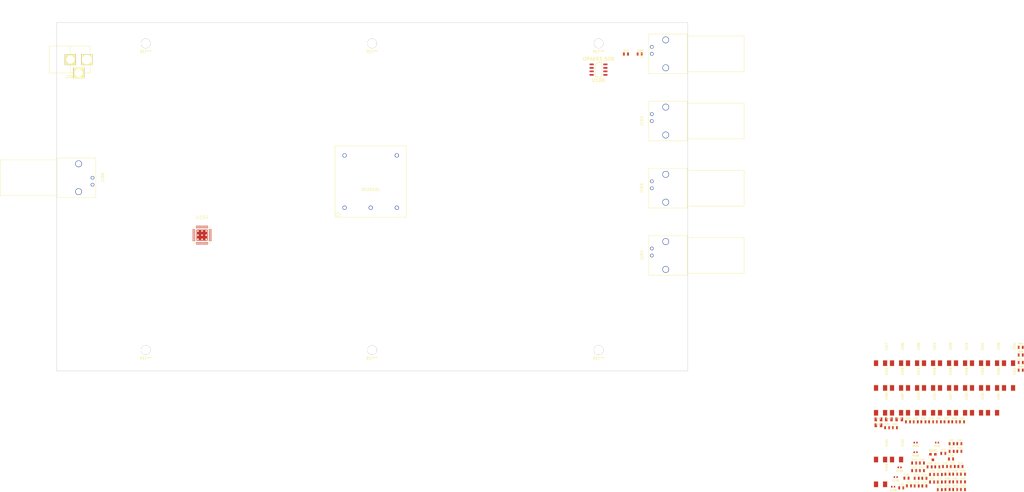
<source format=kicad_pcb>
(kicad_pcb (version 4) (host pcbnew 4.0.7)

  (general
    (links 184)
    (no_connects 175)
    (area 22.424999 25.924999 252.575001 153.075001)
    (thickness 1.6)
    (drawings 6)
    (tracks 0)
    (zones 0)
    (modules 107)
    (nets 84)
  )

  (page A4)
  (layers
    (0 F.Cu signal)
    (31 B.Cu signal)
    (32 B.Adhes user)
    (33 F.Adhes user)
    (34 B.Paste user)
    (35 F.Paste user)
    (36 B.SilkS user)
    (37 F.SilkS user)
    (38 B.Mask user)
    (39 F.Mask user)
    (40 Dwgs.User user)
    (41 Cmts.User user)
    (42 Eco1.User user)
    (43 Eco2.User user)
    (44 Edge.Cuts user)
    (45 Margin user)
    (46 B.CrtYd user)
    (47 F.CrtYd user)
    (48 B.Fab user)
    (49 F.Fab user)
  )

  (setup
    (last_trace_width 0.25)
    (trace_clearance 0.2)
    (zone_clearance 0.508)
    (zone_45_only no)
    (trace_min 0.2)
    (segment_width 0.2)
    (edge_width 0.15)
    (via_size 0.6)
    (via_drill 0.4)
    (via_min_size 0.4)
    (via_min_drill 0.3)
    (uvia_size 0.3)
    (uvia_drill 0.1)
    (uvias_allowed no)
    (uvia_min_size 0.2)
    (uvia_min_drill 0.1)
    (pcb_text_width 0.3)
    (pcb_text_size 1.5 1.5)
    (mod_edge_width 0.15)
    (mod_text_size 1 1)
    (mod_text_width 0.15)
    (pad_size 3.45 3.45)
    (pad_drill 3.45)
    (pad_to_mask_clearance 0.2)
    (aux_axis_origin 0 0)
    (visible_elements 7FFFFFFF)
    (pcbplotparams
      (layerselection 0x00030_80000001)
      (usegerberextensions false)
      (excludeedgelayer true)
      (linewidth 0.100000)
      (plotframeref false)
      (viasonmask false)
      (mode 1)
      (useauxorigin false)
      (hpglpennumber 1)
      (hpglpenspeed 20)
      (hpglpendiameter 15)
      (hpglpenoverlay 2)
      (psnegative false)
      (psa4output false)
      (plotreference true)
      (plotvalue true)
      (plotinvisibletext false)
      (padsonsilk false)
      (subtractmaskfromsilk false)
      (outputformat 1)
      (mirror false)
      (drillshape 1)
      (scaleselection 1)
      (outputdirectory ""))
  )

  (net 0 "")
  (net 1 GND)
  (net 2 "Net-(OCXO101-Pad4)")
  (net 3 "Net-(J102-Pad1)")
  (net 4 "Net-(J103-Pad1)")
  (net 5 "Net-(J104-Pad1)")
  (net 6 "Net-(C201-Pad1)")
  (net 7 "Net-(C108-Pad1)")
  (net 8 /OCXO_VCTL)
  (net 9 5V_OCXO)
  (net 10 +3.3V)
  (net 11 "Net-(C114-Pad2)")
  (net 12 "Net-(C115-Pad1)")
  (net 13 "Net-(U104-Pad4)")
  (net 14 /OCXO_PW_EN)
  (net 15 "Net-(U104-Pad9)")
  (net 16 /PLL_CE)
  (net 17 /PLL_CS)
  (net 18 /SPI1_SCK)
  (net 19 /SPI1_MISO)
  (net 20 /SPI1_MOSI)
  (net 21 "Net-(U104-Pad15)")
  (net 22 "Net-(U104-Pad16)")
  (net 23 "Net-(U104-Pad17)")
  (net 24 "Net-(U104-Pad20)")
  (net 25 /US1_TX)
  (net 26 /US1_RX)
  (net 27 /US1_CTS)
  (net 28 /US1_RTS)
  (net 29 "Net-(U104-Pad25)")
  (net 30 "Net-(U104-Pad28)")
  (net 31 "Net-(U104-Pad29)")
  (net 32 "Net-(U104-Pad30)")
  (net 33 "Net-(U104-Pad31)")
  (net 34 "Net-(U104-Pad32)")
  (net 35 "Net-(U104-Pad33)")
  (net 36 "Net-(U104-Pad34)")
  (net 37 "Net-(U104-Pad35)")
  (net 38 +12V)
  (net 39 "Net-(C105-Pad1)")
  (net 40 5V_PLL)
  (net 41 "Net-(C108-Pad2)")
  (net 42 "Net-(C113-Pad1)")
  (net 43 "Net-(C117-Pad1)")
  (net 44 "Net-(C125-Pad2)")
  (net 45 "Net-(C126-Pad1)")
  (net 46 VBUS)
  (net 47 5V3_OCXO)
  (net 48 "Net-(C210-Pad1)")
  (net 49 "Net-(C210-Pad2)")
  (net 50 "Net-(C211-Pad1)")
  (net 51 5V3_PLL)
  (net 52 "Net-(C223-Pad1)")
  (net 53 "Net-(C223-Pad2)")
  (net 54 "Net-(C224-Pad1)")
  (net 55 "Net-(C225-Pad1)")
  (net 56 "Net-(R101-Pad1)")
  (net 57 "Net-(R102-Pad2)")
  (net 58 "Net-(R103-Pad1)")
  (net 59 "Net-(R104-Pad1)")
  (net 60 /MUXOUT)
  (net 61 /PLLIN)
  (net 62 "Net-(R202-Pad1)")
  (net 63 "Net-(R207-Pad1)")
  (net 64 /SINE2AMP)
  (net 65 "Net-(C128-Pad1)")
  (net 66 "Net-(C128-Pad2)")
  (net 67 "Net-(C129-Pad1)")
  (net 68 /PLL_VC)
  (net 69 "Net-(C131-Pad1)")
  (net 70 /PLLFB)
  (net 71 "Net-(C133-Pad2)")
  (net 72 "Net-(C134-Pad1)")
  (net 73 "Net-(C134-Pad2)")
  (net 74 "Net-(C232-Pad1)")
  (net 75 5V_AMP)
  (net 76 /~PLLSEL)
  (net 77 "Net-(D101-PadA)")
  (net 78 "Net-(R108-Pad1)")
  (net 79 "Net-(R113-Pad1)")
  (net 80 "Net-(U106-Pad1)")
  (net 81 "Net-(U106-Pad2)")
  (net 82 /OUT1_EN)
  (net 83 "Net-(U106-Pad5)")

  (net_class Default "This is the default net class."
    (clearance 0.2)
    (trace_width 0.25)
    (via_dia 0.6)
    (via_drill 0.4)
    (uvia_dia 0.3)
    (uvia_drill 0.1)
    (add_net +12V)
    (add_net +3.3V)
    (add_net /MUXOUT)
    (add_net /OCXO_PW_EN)
    (add_net /OCXO_VCTL)
    (add_net /OUT1_EN)
    (add_net /PLLFB)
    (add_net /PLLIN)
    (add_net /PLL_CE)
    (add_net /PLL_CS)
    (add_net /PLL_VC)
    (add_net /SINE2AMP)
    (add_net /SPI1_MISO)
    (add_net /SPI1_MOSI)
    (add_net /SPI1_SCK)
    (add_net /US1_CTS)
    (add_net /US1_RTS)
    (add_net /US1_RX)
    (add_net /US1_TX)
    (add_net /~PLLSEL)
    (add_net 5V3_OCXO)
    (add_net 5V3_PLL)
    (add_net 5V_AMP)
    (add_net 5V_OCXO)
    (add_net 5V_PLL)
    (add_net GND)
    (add_net "Net-(C105-Pad1)")
    (add_net "Net-(C108-Pad1)")
    (add_net "Net-(C108-Pad2)")
    (add_net "Net-(C113-Pad1)")
    (add_net "Net-(C114-Pad2)")
    (add_net "Net-(C115-Pad1)")
    (add_net "Net-(C117-Pad1)")
    (add_net "Net-(C125-Pad2)")
    (add_net "Net-(C126-Pad1)")
    (add_net "Net-(C128-Pad1)")
    (add_net "Net-(C128-Pad2)")
    (add_net "Net-(C129-Pad1)")
    (add_net "Net-(C131-Pad1)")
    (add_net "Net-(C133-Pad2)")
    (add_net "Net-(C134-Pad1)")
    (add_net "Net-(C134-Pad2)")
    (add_net "Net-(C201-Pad1)")
    (add_net "Net-(C210-Pad1)")
    (add_net "Net-(C210-Pad2)")
    (add_net "Net-(C211-Pad1)")
    (add_net "Net-(C223-Pad1)")
    (add_net "Net-(C223-Pad2)")
    (add_net "Net-(C224-Pad1)")
    (add_net "Net-(C225-Pad1)")
    (add_net "Net-(C232-Pad1)")
    (add_net "Net-(D101-PadA)")
    (add_net "Net-(J102-Pad1)")
    (add_net "Net-(J103-Pad1)")
    (add_net "Net-(J104-Pad1)")
    (add_net "Net-(OCXO101-Pad4)")
    (add_net "Net-(R101-Pad1)")
    (add_net "Net-(R102-Pad2)")
    (add_net "Net-(R103-Pad1)")
    (add_net "Net-(R104-Pad1)")
    (add_net "Net-(R108-Pad1)")
    (add_net "Net-(R113-Pad1)")
    (add_net "Net-(R202-Pad1)")
    (add_net "Net-(R207-Pad1)")
    (add_net "Net-(U104-Pad15)")
    (add_net "Net-(U104-Pad16)")
    (add_net "Net-(U104-Pad17)")
    (add_net "Net-(U104-Pad20)")
    (add_net "Net-(U104-Pad25)")
    (add_net "Net-(U104-Pad28)")
    (add_net "Net-(U104-Pad29)")
    (add_net "Net-(U104-Pad30)")
    (add_net "Net-(U104-Pad31)")
    (add_net "Net-(U104-Pad32)")
    (add_net "Net-(U104-Pad33)")
    (add_net "Net-(U104-Pad34)")
    (add_net "Net-(U104-Pad35)")
    (add_net "Net-(U104-Pad4)")
    (add_net "Net-(U104-Pad9)")
    (add_net "Net-(U106-Pad1)")
    (add_net "Net-(U106-Pad2)")
    (add_net "Net-(U106-Pad5)")
    (add_net VBUS)
  )

  (module Mounting_Holes:3.45MM_NOTPLATED locked (layer F.Cu) (tedit 5AAD4130) (tstamp 5AAD4155)
    (at 54.95 33.62)
    (fp_text reference REF** (at 0 3.048) (layer F.SilkS)
      (effects (font (size 1 1) (thickness 0.15)))
    )
    (fp_text value 3.45MM_NOTPLATED (at 0 -2.921) (layer F.Fab)
      (effects (font (size 1 1) (thickness 0.15)))
    )
    (pad 1 thru_hole circle (at 0 0) (size 3.45 3.45) (drill 3.45) (layers *.Cu *.Mask))
  )

  (module Mounting_Holes:3.45MM_NOTPLATED locked (layer F.Cu) (tedit 5AAD4130) (tstamp 5AAD62FD)
    (at 54.95 145.38)
    (fp_text reference REF** (at 0 3.048) (layer F.SilkS)
      (effects (font (size 1 1) (thickness 0.15)))
    )
    (fp_text value 3.45MM_NOTPLATED (at 0 -2.921) (layer F.Fab)
      (effects (font (size 1 1) (thickness 0.15)))
    )
    (pad 1 thru_hole circle (at 0 0) (size 3.45 3.45) (drill 3.45) (layers *.Cu *.Mask))
  )

  (module Mounting_Holes:3.45MM_NOTPLATED locked (layer F.Cu) (tedit 5AAD4130) (tstamp 5AAD6302)
    (at 137.5 145.38)
    (fp_text reference REF** (at 0 3.048) (layer F.SilkS)
      (effects (font (size 1 1) (thickness 0.15)))
    )
    (fp_text value 3.45MM_NOTPLATED (at 0 -2.921) (layer F.Fab)
      (effects (font (size 1 1) (thickness 0.15)))
    )
    (pad 1 thru_hole circle (at 0 0) (size 3.45 3.45) (drill 3.45) (layers *.Cu *.Mask))
  )

  (module Mounting_Holes:3.45MM_NOTPLATED locked (layer F.Cu) (tedit 5AAD4130) (tstamp 5AAD6307)
    (at 220.05 145.38)
    (fp_text reference REF** (at 0 3.048) (layer F.SilkS)
      (effects (font (size 1 1) (thickness 0.15)))
    )
    (fp_text value 3.45MM_NOTPLATED (at 0 -2.921) (layer F.Fab)
      (effects (font (size 1 1) (thickness 0.15)))
    )
    (pad 1 thru_hole circle (at 0 0) (size 3.45 3.45) (drill 3.45) (layers *.Cu *.Mask))
  )

  (module Mounting_Holes:3.45MM_NOTPLATED locked (layer F.Cu) (tedit 5AAD4130) (tstamp 5AAD630C)
    (at 220.05 33.62)
    (fp_text reference REF** (at 0 3.048) (layer F.SilkS)
      (effects (font (size 1 1) (thickness 0.15)))
    )
    (fp_text value 3.45MM_NOTPLATED (at 0 -2.921) (layer F.Fab)
      (effects (font (size 1 1) (thickness 0.15)))
    )
    (pad 1 thru_hole circle (at 0 0) (size 3.45 3.45) (drill 3.45) (layers *.Cu *.Mask))
  )

  (module Mounting_Holes:3.45MM_NOTPLATED locked (layer F.Cu) (tedit 5AAD4130) (tstamp 5AAD6311)
    (at 137.5 33.62)
    (fp_text reference REF** (at 0 3.048) (layer F.SilkS)
      (effects (font (size 1 1) (thickness 0.15)))
    )
    (fp_text value 3.45MM_NOTPLATED (at 0 -2.921) (layer F.Fab)
      (effects (font (size 1 1) (thickness 0.15)))
    )
    (pad 1 thru_hole circle (at 0 0) (size 3.45 3.45) (drill 3.45) (layers *.Cu *.Mask))
  )

  (module Oscillators:NDK_NH26M26LG locked (layer F.Cu) (tedit 5AAD88C9) (tstamp 5AAD8A94)
    (at 136.975 83.975)
    (path /5AAD8A07)
    (fp_text reference OCXO101 (at 0 2.921) (layer F.SilkS)
      (effects (font (size 1 1) (thickness 0.15)))
    )
    (fp_text value NDK_NH26M26LG (at 0 -4.191) (layer F.Fab)
      (effects (font (size 1 1) (thickness 0.15)))
    )
    (fp_circle (center -12 12) (end -11.303 11.938) (layer F.SilkS) (width 0.15))
    (fp_line (start -13 -13) (end -13 13) (layer F.SilkS) (width 0.15))
    (fp_line (start 13 -13) (end -13 -13) (layer F.SilkS) (width 0.15))
    (fp_line (start 13 13) (end 13 -13) (layer F.SilkS) (width 0.15))
    (fp_line (start -13 13) (end 13 13) (layer F.SilkS) (width 0.15))
    (pad 1 thru_hole circle (at -9.525 9.525) (size 1.5 1.5) (drill 1.1) (layers *.Cu *.Mask)
      (net 7 "Net-(C108-Pad1)"))
    (pad 2 thru_hole circle (at 0 9.525) (size 1.5 1.5) (drill 1.1) (layers *.Cu *.Mask)
      (net 1 GND))
    (pad 3 thru_hole circle (at 9.525 9.525) (size 1.5 1.5) (drill 1.1) (layers *.Cu *.Mask)
      (net 8 /OCXO_VCTL))
    (pad 4 thru_hole circle (at 9.525 -9.525) (size 1.5 1.5) (drill 1.1) (layers *.Cu *.Mask)
      (net 2 "Net-(OCXO101-Pad4)"))
    (pad 5 thru_hole circle (at -9.525 -9.525) (size 1.5 1.5) (drill 1.1) (layers *.Cu *.Mask)
      (net 9 5V_OCXO))
  )

  (module Connectors_RF:BNC_RHT-610-0048 locked (layer F.Cu) (tedit 5AAD8075) (tstamp 5AAD8F4F)
    (at 239.42 37.42 270)
    (path /5AAD8C8F)
    (fp_text reference J101 (at 0 3.683 270) (layer F.SilkS)
      (effects (font (size 1 1) (thickness 0.15)))
    )
    (fp_text value BNC (at 0 5.969 270) (layer F.Fab)
      (effects (font (size 1 1) (thickness 0.15)))
    )
    (fp_line (start -6.5 -33.65) (end 6.5 -33.65) (layer F.SilkS) (width 0.15))
    (fp_line (start 6.5 -12.95) (end 6.5 -33.65) (layer F.SilkS) (width 0.15))
    (fp_line (start -6.5 -12.95) (end -6.5 -33.65) (layer F.SilkS) (width 0.15))
    (fp_line (start -7.2 -12.95) (end 7.2 -12.95) (layer F.SilkS) (width 0.15))
    (fp_line (start -7.2 1.15) (end -7.2 -12.95) (layer F.SilkS) (width 0.15))
    (fp_line (start 7.2 1.15) (end 7.2 -12.95) (layer F.SilkS) (width 0.15))
    (fp_line (start -7.2 1.15) (end 7.2 1.15) (layer F.SilkS) (width 0.15))
    (pad 1 thru_hole circle (at 0 0 270) (size 1.3 1.3) (drill 0.9) (layers *.Cu *.Mask)
      (net 73 "Net-(C134-Pad2)"))
    (pad 2 thru_hole circle (at -2.54 0 270) (size 1.3 1.3) (drill 0.9) (layers *.Cu *.Mask)
      (net 1 GND))
    (pad 3 thru_hole circle (at 5.08 -5.08 270) (size 2.42 2.42) (drill 2.02) (layers *.Cu *.Mask)
      (net 1 GND))
    (pad 3 thru_hole circle (at -5.08 -5.08 270) (size 2.42 2.42) (drill 2.02) (layers *.Cu *.Mask)
      (net 1 GND))
  )

  (module Connectors_RF:BNC_RHT-610-0048 locked (layer F.Cu) (tedit 5AAD8075) (tstamp 5AAD8F5E)
    (at 239.42 61.92 270)
    (path /5AAD8FC4)
    (fp_text reference J102 (at 0 3.683 270) (layer F.SilkS)
      (effects (font (size 1 1) (thickness 0.15)))
    )
    (fp_text value BNC (at 0 5.969 270) (layer F.Fab)
      (effects (font (size 1 1) (thickness 0.15)))
    )
    (fp_line (start -6.5 -33.65) (end 6.5 -33.65) (layer F.SilkS) (width 0.15))
    (fp_line (start 6.5 -12.95) (end 6.5 -33.65) (layer F.SilkS) (width 0.15))
    (fp_line (start -6.5 -12.95) (end -6.5 -33.65) (layer F.SilkS) (width 0.15))
    (fp_line (start -7.2 -12.95) (end 7.2 -12.95) (layer F.SilkS) (width 0.15))
    (fp_line (start -7.2 1.15) (end -7.2 -12.95) (layer F.SilkS) (width 0.15))
    (fp_line (start 7.2 1.15) (end 7.2 -12.95) (layer F.SilkS) (width 0.15))
    (fp_line (start -7.2 1.15) (end 7.2 1.15) (layer F.SilkS) (width 0.15))
    (pad 1 thru_hole circle (at 0 0 270) (size 1.3 1.3) (drill 0.9) (layers *.Cu *.Mask)
      (net 3 "Net-(J102-Pad1)"))
    (pad 2 thru_hole circle (at -2.54 0 270) (size 1.3 1.3) (drill 0.9) (layers *.Cu *.Mask)
      (net 1 GND))
    (pad 3 thru_hole circle (at 5.08 -5.08 270) (size 2.42 2.42) (drill 2.02) (layers *.Cu *.Mask)
      (net 1 GND))
    (pad 3 thru_hole circle (at -5.08 -5.08 270) (size 2.42 2.42) (drill 2.02) (layers *.Cu *.Mask)
      (net 1 GND))
  )

  (module Connectors_RF:BNC_RHT-610-0048 locked (layer F.Cu) (tedit 5AAD8075) (tstamp 5AAD8F6D)
    (at 239.42 86.42 270)
    (path /5AAD8FF5)
    (fp_text reference J103 (at 0 3.683 270) (layer F.SilkS)
      (effects (font (size 1 1) (thickness 0.15)))
    )
    (fp_text value BNC (at 0 5.969 270) (layer F.Fab)
      (effects (font (size 1 1) (thickness 0.15)))
    )
    (fp_line (start -6.5 -33.65) (end 6.5 -33.65) (layer F.SilkS) (width 0.15))
    (fp_line (start 6.5 -12.95) (end 6.5 -33.65) (layer F.SilkS) (width 0.15))
    (fp_line (start -6.5 -12.95) (end -6.5 -33.65) (layer F.SilkS) (width 0.15))
    (fp_line (start -7.2 -12.95) (end 7.2 -12.95) (layer F.SilkS) (width 0.15))
    (fp_line (start -7.2 1.15) (end -7.2 -12.95) (layer F.SilkS) (width 0.15))
    (fp_line (start 7.2 1.15) (end 7.2 -12.95) (layer F.SilkS) (width 0.15))
    (fp_line (start -7.2 1.15) (end 7.2 1.15) (layer F.SilkS) (width 0.15))
    (pad 1 thru_hole circle (at 0 0 270) (size 1.3 1.3) (drill 0.9) (layers *.Cu *.Mask)
      (net 4 "Net-(J103-Pad1)"))
    (pad 2 thru_hole circle (at -2.54 0 270) (size 1.3 1.3) (drill 0.9) (layers *.Cu *.Mask)
      (net 1 GND))
    (pad 3 thru_hole circle (at 5.08 -5.08 270) (size 2.42 2.42) (drill 2.02) (layers *.Cu *.Mask)
      (net 1 GND))
    (pad 3 thru_hole circle (at -5.08 -5.08 270) (size 2.42 2.42) (drill 2.02) (layers *.Cu *.Mask)
      (net 1 GND))
  )

  (module Connectors_RF:BNC_RHT-610-0048 locked (layer F.Cu) (tedit 5AAD8075) (tstamp 5AAD8F7C)
    (at 239.42 110.92 270)
    (path /5AAD907F)
    (fp_text reference J104 (at 0 3.683 270) (layer F.SilkS)
      (effects (font (size 1 1) (thickness 0.15)))
    )
    (fp_text value BNC (at 0 5.969 270) (layer F.Fab)
      (effects (font (size 1 1) (thickness 0.15)))
    )
    (fp_line (start -6.5 -33.65) (end 6.5 -33.65) (layer F.SilkS) (width 0.15))
    (fp_line (start 6.5 -12.95) (end 6.5 -33.65) (layer F.SilkS) (width 0.15))
    (fp_line (start -6.5 -12.95) (end -6.5 -33.65) (layer F.SilkS) (width 0.15))
    (fp_line (start -7.2 -12.95) (end 7.2 -12.95) (layer F.SilkS) (width 0.15))
    (fp_line (start -7.2 1.15) (end -7.2 -12.95) (layer F.SilkS) (width 0.15))
    (fp_line (start 7.2 1.15) (end 7.2 -12.95) (layer F.SilkS) (width 0.15))
    (fp_line (start -7.2 1.15) (end 7.2 1.15) (layer F.SilkS) (width 0.15))
    (pad 1 thru_hole circle (at 0 0 270) (size 1.3 1.3) (drill 0.9) (layers *.Cu *.Mask)
      (net 5 "Net-(J104-Pad1)"))
    (pad 2 thru_hole circle (at -2.54 0 270) (size 1.3 1.3) (drill 0.9) (layers *.Cu *.Mask)
      (net 1 GND))
    (pad 3 thru_hole circle (at 5.08 -5.08 270) (size 2.42 2.42) (drill 2.02) (layers *.Cu *.Mask)
      (net 1 GND))
    (pad 3 thru_hole circle (at -5.08 -5.08 270) (size 2.42 2.42) (drill 2.02) (layers *.Cu *.Mask)
      (net 1 GND))
  )

  (module Connectors_Power:2.1mm_DC_Jack_NEB21R_circlehole locked (layer F.Cu) (tedit 5A422F2F) (tstamp 5AAED67B)
    (at 27.5 39.5)
    (path /5AAE529C/5AAEB1A3)
    (fp_text reference J201 (at 0 6.3) (layer F.SilkS)
      (effects (font (size 1 1) (thickness 0.15)))
    )
    (fp_text value PJ-002BH-SMT (at 0 6) (layer F.Fab) hide
      (effects (font (size 1 1) (thickness 0.15)))
    )
    (fp_line (start 7.2 -4.9) (end 0 -4.9) (layer F.SilkS) (width 0.15))
    (fp_line (start 7.2 4.9) (end 7.2 -4.9) (layer F.SilkS) (width 0.15))
    (fp_line (start 0 4.9) (end 7.2 4.9) (layer F.SilkS) (width 0.15))
    (fp_line (start 0 -4.9) (end 0 4.9) (layer F.SilkS) (width 0.15))
    (fp_line (start -7.7 -4.9) (end 0 -4.9) (layer F.SilkS) (width 0.15))
    (fp_line (start -7.7 4.9) (end -7.7 -4.9) (layer F.SilkS) (width 0.15))
    (fp_line (start 0 4.9) (end -7.7 4.9) (layer F.SilkS) (width 0.15))
    (pad 3 thru_hole rect (at 0 0) (size 4 4) (drill 3) (layers *.Cu *.Mask F.SilkS)
      (net 1 GND))
    (pad 1 thru_hole rect (at 6 0) (size 4 4) (drill 3.5) (layers *.Cu *.Mask F.SilkS)
      (net 6 "Net-(C201-Pad1)"))
    (pad 2 thru_hole rect (at 3.05 4.9 90) (size 4 4) (drill 3) (layers *.Cu *.Mask F.SilkS)
      (net 1 GND))
  )

  (module QFN:QFN36_6x6_0.5mm (layer F.Cu) (tedit 0) (tstamp 5AAED6C2)
    (at 75.5 103.5)
    (path /5AAE9F27)
    (fp_text reference U104 (at 0 -6.5) (layer F.SilkS)
      (effects (font (size 1.2 1.2) (thickness 0.15)))
    )
    (fp_text value STM32F103TB-QFN36 (at 0 6.5) (layer F.Fab)
      (effects (font (size 1.2 1.2) (thickness 0.15)))
    )
    (fp_line (start -2.7 -3) (end -3 -2.7) (layer F.SilkS) (width 0.15))
    (fp_line (start -3 -2.7) (end -3 3) (layer F.SilkS) (width 0.15))
    (fp_line (start -3 3) (end 3 3) (layer F.SilkS) (width 0.15))
    (fp_line (start 3 3) (end 3 -3) (layer F.SilkS) (width 0.15))
    (fp_line (start 3 -3) (end -2.7 -3) (layer F.SilkS) (width 0.15))
    (pad 37 smd rect (at 0 0) (size 4 4) (layers F.Cu F.Mask)
      (net 1 GND))
    (pad 37 thru_hole circle (at -1.5 -1.5) (size 0.6 0.6) (drill 0.2) (layers *.Cu *.Mask F.SilkS)
      (net 1 GND))
    (pad 37 thru_hole circle (at -1.5 0) (size 0.6 0.6) (drill 0.2) (layers *.Cu *.Mask F.SilkS)
      (net 1 GND))
    (pad 37 thru_hole circle (at -1.5 1.5) (size 0.6 0.6) (drill 0.2) (layers *.Cu *.Mask F.SilkS)
      (net 1 GND))
    (pad 37 thru_hole circle (at 0 -1.5) (size 0.6 0.6) (drill 0.2) (layers *.Cu *.Mask F.SilkS)
      (net 1 GND))
    (pad 37 thru_hole circle (at 0 0) (size 0.6 0.6) (drill 0.2) (layers *.Cu *.Mask F.SilkS)
      (net 1 GND))
    (pad 37 thru_hole circle (at 0 1.5) (size 0.6 0.6) (drill 0.2) (layers *.Cu *.Mask F.SilkS)
      (net 1 GND))
    (pad 37 thru_hole circle (at 1.5 -1.5) (size 0.6 0.6) (drill 0.2) (layers *.Cu *.Mask F.SilkS)
      (net 1 GND))
    (pad 37 thru_hole circle (at 1.5 0) (size 0.6 0.6) (drill 0.2) (layers *.Cu *.Mask F.SilkS)
      (net 1 GND))
    (pad 37 thru_hole circle (at 1.5 1.5) (size 0.6 0.6) (drill 0.2) (layers *.Cu *.Mask F.SilkS)
      (net 1 GND))
    (pad ~ smd rect (at -1.646446 -1.646446) (size 0.707106 0.707106) (layers F.Paste))
    (pad ~ smd rect (at -1.646446 -0.548815) (size 0.707106 0.707106) (layers F.Paste))
    (pad ~ smd rect (at -1.646446 0.548815) (size 0.707106 0.707106) (layers F.Paste))
    (pad ~ smd rect (at -1.646446 1.646446) (size 0.707106 0.707106) (layers F.Paste))
    (pad ~ smd rect (at -0.548815 -1.646446) (size 0.707106 0.707106) (layers F.Paste))
    (pad ~ smd rect (at -0.548815 -0.548815) (size 0.707106 0.707106) (layers F.Paste))
    (pad ~ smd rect (at -0.548815 0.548815) (size 0.707106 0.707106) (layers F.Paste))
    (pad ~ smd rect (at -0.548815 1.646446) (size 0.707106 0.707106) (layers F.Paste))
    (pad ~ smd rect (at 0.548815 -1.646446) (size 0.707106 0.707106) (layers F.Paste))
    (pad ~ smd rect (at 0.548815 -0.548815) (size 0.707106 0.707106) (layers F.Paste))
    (pad ~ smd rect (at 0.548815 0.548815) (size 0.707106 0.707106) (layers F.Paste))
    (pad ~ smd rect (at 0.548815 1.646446) (size 0.707106 0.707106) (layers F.Paste))
    (pad ~ smd rect (at 1.646446 -1.646446) (size 0.707106 0.707106) (layers F.Paste))
    (pad ~ smd rect (at 1.646446 -0.548815) (size 0.707106 0.707106) (layers F.Paste))
    (pad ~ smd rect (at 1.646446 0.548815) (size 0.707106 0.707106) (layers F.Paste))
    (pad ~ smd rect (at 1.646446 1.646446) (size 0.707106 0.707106) (layers F.Paste))
    (pad 1 smd rect (at -2.975 -2) (size 1.05 0.25) (layers F.Cu F.Paste F.Mask)
      (net 10 +3.3V))
    (pad 2 smd rect (at -2.975 -1.5) (size 1.05 0.25) (layers F.Cu F.Paste F.Mask)
      (net 11 "Net-(C114-Pad2)"))
    (pad 3 smd rect (at -2.975 -1) (size 1.05 0.25) (layers F.Cu F.Paste F.Mask)
      (net 12 "Net-(C115-Pad1)"))
    (pad 4 smd rect (at -2.975 -0.5) (size 1.05 0.25) (layers F.Cu F.Paste F.Mask)
      (net 13 "Net-(U104-Pad4)"))
    (pad 5 smd rect (at -2.975 0) (size 1.05 0.25) (layers F.Cu F.Paste F.Mask)
      (net 1 GND))
    (pad 6 smd rect (at -2.975 0.5) (size 1.05 0.25) (layers F.Cu F.Paste F.Mask)
      (net 10 +3.3V))
    (pad 7 smd rect (at -2.975 1) (size 1.05 0.25) (layers F.Cu F.Paste F.Mask)
      (net 14 /OCXO_PW_EN))
    (pad 8 smd rect (at -2.975 1.5) (size 1.05 0.25) (layers F.Cu F.Paste F.Mask)
      (net 76 /~PLLSEL))
    (pad 9 smd rect (at -2.975 2) (size 1.05 0.25) (layers F.Cu F.Paste F.Mask)
      (net 15 "Net-(U104-Pad9)"))
    (pad 10 smd rect (at -2 2.975) (size 0.25 1.05) (layers F.Cu F.Paste F.Mask)
      (net 16 /PLL_CE))
    (pad 11 smd rect (at -1.5 2.975) (size 0.25 1.05) (layers F.Cu F.Paste F.Mask)
      (net 17 /PLL_CS))
    (pad 12 smd rect (at -1 2.975) (size 0.25 1.05) (layers F.Cu F.Paste F.Mask)
      (net 18 /SPI1_SCK))
    (pad 13 smd rect (at -0.5 2.975) (size 0.25 1.05) (layers F.Cu F.Paste F.Mask)
      (net 19 /SPI1_MISO))
    (pad 14 smd rect (at 0 2.975) (size 0.25 1.05) (layers F.Cu F.Paste F.Mask)
      (net 20 /SPI1_MOSI))
    (pad 15 smd rect (at 0.5 2.975) (size 0.25 1.05) (layers F.Cu F.Paste F.Mask)
      (net 21 "Net-(U104-Pad15)"))
    (pad 16 smd rect (at 1 2.975) (size 0.25 1.05) (layers F.Cu F.Paste F.Mask)
      (net 22 "Net-(U104-Pad16)"))
    (pad 17 smd rect (at 1.5 2.975) (size 0.25 1.05) (layers F.Cu F.Paste F.Mask)
      (net 23 "Net-(U104-Pad17)"))
    (pad 18 smd rect (at 2 2.975) (size 0.25 1.05) (layers F.Cu F.Paste F.Mask)
      (net 1 GND))
    (pad 19 smd rect (at 2.975 2) (size 1.05 0.25) (layers F.Cu F.Paste F.Mask)
      (net 10 +3.3V))
    (pad 20 smd rect (at 2.975 1.5) (size 1.05 0.25) (layers F.Cu F.Paste F.Mask)
      (net 24 "Net-(U104-Pad20)"))
    (pad 21 smd rect (at 2.975 1) (size 1.05 0.25) (layers F.Cu F.Paste F.Mask)
      (net 25 /US1_TX))
    (pad 22 smd rect (at 2.975 0.5) (size 1.05 0.25) (layers F.Cu F.Paste F.Mask)
      (net 26 /US1_RX))
    (pad 23 smd rect (at 2.975 0) (size 1.05 0.25) (layers F.Cu F.Paste F.Mask)
      (net 27 /US1_CTS))
    (pad 24 smd rect (at 2.975 -0.5) (size 1.05 0.25) (layers F.Cu F.Paste F.Mask)
      (net 28 /US1_RTS))
    (pad 25 smd rect (at 2.975 -1) (size 1.05 0.25) (layers F.Cu F.Paste F.Mask)
      (net 29 "Net-(U104-Pad25)"))
    (pad 26 smd rect (at 2.975 -1.5) (size 1.05 0.25) (layers F.Cu F.Paste F.Mask)
      (net 1 GND))
    (pad 27 smd rect (at 2.975 -2) (size 1.05 0.25) (layers F.Cu F.Paste F.Mask)
      (net 10 +3.3V))
    (pad 28 smd rect (at 2 -2.975) (size 0.25 1.05) (layers F.Cu F.Paste F.Mask)
      (net 30 "Net-(U104-Pad28)"))
    (pad 29 smd rect (at 1.5 -2.975) (size 0.25 1.05) (layers F.Cu F.Paste F.Mask)
      (net 31 "Net-(U104-Pad29)"))
    (pad 30 smd rect (at 1 -2.975) (size 0.25 1.05) (layers F.Cu F.Paste F.Mask)
      (net 32 "Net-(U104-Pad30)"))
    (pad 31 smd rect (at 0.5 -2.975) (size 0.25 1.05) (layers F.Cu F.Paste F.Mask)
      (net 33 "Net-(U104-Pad31)"))
    (pad 32 smd rect (at 0 -2.975) (size 0.25 1.05) (layers F.Cu F.Paste F.Mask)
      (net 34 "Net-(U104-Pad32)"))
    (pad 33 smd rect (at -0.5 -2.975) (size 0.25 1.05) (layers F.Cu F.Paste F.Mask)
      (net 35 "Net-(U104-Pad33)"))
    (pad 34 smd rect (at -1 -2.975) (size 0.25 1.05) (layers F.Cu F.Paste F.Mask)
      (net 36 "Net-(U104-Pad34)"))
    (pad 35 smd rect (at -1.5 -2.975) (size 0.25 1.05) (layers F.Cu F.Paste F.Mask)
      (net 37 "Net-(U104-Pad35)"))
    (pad 36 smd rect (at -2 -2.975) (size 0.25 1.05) (layers F.Cu F.Paste F.Mask)
      (net 1 GND))
  )

  (module SM0603 (layer F.Cu) (tedit 54EC8D93) (tstamp 5AAED9E7)
    (at 341.586501 193.50275)
    (path /5AAF1BFC)
    (attr smd)
    (fp_text reference C101 (at 0 -1.27) (layer F.SilkS)
      (effects (font (size 0.508 0.4572) (thickness 0.1143)))
    )
    (fp_text value 1uF (at 0 0) (layer F.SilkS) hide
      (effects (font (size 0.508 0.4572) (thickness 0.1143)))
    )
    (fp_line (start -1.143 -0.635) (end 1.143 -0.635) (layer F.SilkS) (width 0.127))
    (fp_line (start 1.143 -0.635) (end 1.143 0.635) (layer F.SilkS) (width 0.127))
    (fp_line (start 1.143 0.635) (end -1.143 0.635) (layer F.SilkS) (width 0.127))
    (fp_line (start -1.143 0.635) (end -1.143 -0.635) (layer F.SilkS) (width 0.127))
    (pad 1 smd rect (at -0.762 0) (size 0.635 1.143) (layers F.Cu F.Paste F.Mask)
      (net 9 5V_OCXO))
    (pad 2 smd rect (at 0.762 0) (size 0.635 1.143) (layers F.Cu F.Paste F.Mask)
      (net 1 GND))
    (model smd\resistors\R0603.wrl
      (at (xyz 0 0 0.001))
      (scale (xyz 0.5 0.5 0.5))
      (rotate (xyz 0 0 0))
    )
  )

  (module SM1206 (layer F.Cu) (tedit 54CD7B0D) (tstamp 5AAED9F3)
    (at 328.633501 185.280001)
    (path /5AAE8FBD)
    (attr smd)
    (fp_text reference C102 (at 2.2 -6.1 90) (layer F.SilkS)
      (effects (font (size 0.7 0.7) (thickness 0.152)))
    )
    (fp_text value 10uF (at 0 0) (layer F.SilkS) hide
      (effects (font (size 0.762 0.762) (thickness 0.127)))
    )
    (fp_line (start -2.54 -1.143) (end -2.54 1.143) (layer F.SilkS) (width 0.127))
    (fp_line (start -2.54 1.143) (end -0.889 1.143) (layer F.SilkS) (width 0.127))
    (fp_line (start 0.889 -1.143) (end 2.54 -1.143) (layer F.SilkS) (width 0.127))
    (fp_line (start 2.54 -1.143) (end 2.54 1.143) (layer F.SilkS) (width 0.127))
    (fp_line (start 2.54 1.143) (end 0.889 1.143) (layer F.SilkS) (width 0.127))
    (fp_line (start -0.889 -1.143) (end -2.54 -1.143) (layer F.SilkS) (width 0.127))
    (pad 1 smd rect (at -1.651 0) (size 1.524 2.032) (layers F.Cu F.Paste F.Mask)
      (net 9 5V_OCXO))
    (pad 2 smd rect (at 1.651 0) (size 1.524 2.032) (layers F.Cu F.Paste F.Mask)
      (net 1 GND))
    (model smd/chip_cms.wrl
      (at (xyz 0 0 0))
      (scale (xyz 0.17 0.16 0.16))
      (rotate (xyz 0 0 0))
    )
  )

  (module SM1206 (layer F.Cu) (tedit 54CD7B0D) (tstamp 5AAED9FF)
    (at 322.803501 194.330001)
    (path /5AAF0CB6)
    (attr smd)
    (fp_text reference C103 (at 2.2 -6.1 90) (layer F.SilkS)
      (effects (font (size 0.7 0.7) (thickness 0.152)))
    )
    (fp_text value 10uF (at 0 0) (layer F.SilkS) hide
      (effects (font (size 0.762 0.762) (thickness 0.127)))
    )
    (fp_line (start -2.54 -1.143) (end -2.54 1.143) (layer F.SilkS) (width 0.127))
    (fp_line (start -2.54 1.143) (end -0.889 1.143) (layer F.SilkS) (width 0.127))
    (fp_line (start 0.889 -1.143) (end 2.54 -1.143) (layer F.SilkS) (width 0.127))
    (fp_line (start 2.54 -1.143) (end 2.54 1.143) (layer F.SilkS) (width 0.127))
    (fp_line (start 2.54 1.143) (end 0.889 1.143) (layer F.SilkS) (width 0.127))
    (fp_line (start -0.889 -1.143) (end -2.54 -1.143) (layer F.SilkS) (width 0.127))
    (pad 1 smd rect (at -1.651 0) (size 1.524 2.032) (layers F.Cu F.Paste F.Mask)
      (net 38 +12V))
    (pad 2 smd rect (at 1.651 0) (size 1.524 2.032) (layers F.Cu F.Paste F.Mask)
      (net 1 GND))
    (model smd/chip_cms.wrl
      (at (xyz 0 0 0))
      (scale (xyz 0.17 0.16 0.16))
      (rotate (xyz 0 0 0))
    )
  )

  (module SM1206 (layer F.Cu) (tedit 54CD7B0D) (tstamp 5AAEDA0B)
    (at 322.803501 185.280001)
    (path /5AAE8FEC)
    (attr smd)
    (fp_text reference C104 (at 2.2 -6.1 90) (layer F.SilkS)
      (effects (font (size 0.7 0.7) (thickness 0.152)))
    )
    (fp_text value 10uF (at 0 0) (layer F.SilkS) hide
      (effects (font (size 0.762 0.762) (thickness 0.127)))
    )
    (fp_line (start -2.54 -1.143) (end -2.54 1.143) (layer F.SilkS) (width 0.127))
    (fp_line (start -2.54 1.143) (end -0.889 1.143) (layer F.SilkS) (width 0.127))
    (fp_line (start 0.889 -1.143) (end 2.54 -1.143) (layer F.SilkS) (width 0.127))
    (fp_line (start 2.54 -1.143) (end 2.54 1.143) (layer F.SilkS) (width 0.127))
    (fp_line (start 2.54 1.143) (end 0.889 1.143) (layer F.SilkS) (width 0.127))
    (fp_line (start -0.889 -1.143) (end -2.54 -1.143) (layer F.SilkS) (width 0.127))
    (pad 1 smd rect (at -1.651 0) (size 1.524 2.032) (layers F.Cu F.Paste F.Mask)
      (net 9 5V_OCXO))
    (pad 2 smd rect (at 1.651 0) (size 1.524 2.032) (layers F.Cu F.Paste F.Mask)
      (net 1 GND))
    (model smd/chip_cms.wrl
      (at (xyz 0 0 0))
      (scale (xyz 0.17 0.16 0.16))
      (rotate (xyz 0 0 0))
    )
  )

  (module SM0603 (layer F.Cu) (tedit 54EC8D93) (tstamp 5AAEDA15)
    (at 352.826501 196.19275)
    (path /5AAF1CA1)
    (attr smd)
    (fp_text reference C105 (at 0 -1.27) (layer F.SilkS)
      (effects (font (size 0.508 0.4572) (thickness 0.1143)))
    )
    (fp_text value 2uF (at 0 0) (layer F.SilkS) hide
      (effects (font (size 0.508 0.4572) (thickness 0.1143)))
    )
    (fp_line (start -1.143 -0.635) (end 1.143 -0.635) (layer F.SilkS) (width 0.127))
    (fp_line (start 1.143 -0.635) (end 1.143 0.635) (layer F.SilkS) (width 0.127))
    (fp_line (start 1.143 0.635) (end -1.143 0.635) (layer F.SilkS) (width 0.127))
    (fp_line (start -1.143 0.635) (end -1.143 -0.635) (layer F.SilkS) (width 0.127))
    (pad 1 smd rect (at -0.762 0) (size 0.635 1.143) (layers F.Cu F.Paste F.Mask)
      (net 39 "Net-(C105-Pad1)"))
    (pad 2 smd rect (at 0.762 0) (size 0.635 1.143) (layers F.Cu F.Paste F.Mask)
      (net 1 GND))
    (model smd\resistors\R0603.wrl
      (at (xyz 0 0 0.001))
      (scale (xyz 0.5 0.5 0.5))
      (rotate (xyz 0 0 0))
    )
  )

  (module SM0603 (layer F.Cu) (tedit 54EC8D93) (tstamp 5AAEDA1F)
    (at 344.396501 196.28275)
    (path /5AB0EC82)
    (attr smd)
    (fp_text reference C106 (at 0 -1.27) (layer F.SilkS)
      (effects (font (size 0.508 0.4572) (thickness 0.1143)))
    )
    (fp_text value 100nF (at 0 0) (layer F.SilkS) hide
      (effects (font (size 0.508 0.4572) (thickness 0.1143)))
    )
    (fp_line (start -1.143 -0.635) (end 1.143 -0.635) (layer F.SilkS) (width 0.127))
    (fp_line (start 1.143 -0.635) (end 1.143 0.635) (layer F.SilkS) (width 0.127))
    (fp_line (start 1.143 0.635) (end -1.143 0.635) (layer F.SilkS) (width 0.127))
    (fp_line (start -1.143 0.635) (end -1.143 -0.635) (layer F.SilkS) (width 0.127))
    (pad 1 smd rect (at -0.762 0) (size 0.635 1.143) (layers F.Cu F.Paste F.Mask)
      (net 40 5V_PLL))
    (pad 2 smd rect (at 0.762 0) (size 0.635 1.143) (layers F.Cu F.Paste F.Mask)
      (net 1 GND))
    (model smd\resistors\R0603.wrl
      (at (xyz 0 0 0.001))
      (scale (xyz 0.5 0.5 0.5))
      (rotate (xyz 0 0 0))
    )
  )

  (module SM0603 (layer F.Cu) (tedit 54EC8D93) (tstamp 5AAEDA29)
    (at 348.706501 179.51275)
    (path /5AB0EC88)
    (attr smd)
    (fp_text reference C107 (at 0 -1.27) (layer F.SilkS)
      (effects (font (size 0.508 0.4572) (thickness 0.1143)))
    )
    (fp_text value 10pF (at 0 0) (layer F.SilkS) hide
      (effects (font (size 0.508 0.4572) (thickness 0.1143)))
    )
    (fp_line (start -1.143 -0.635) (end 1.143 -0.635) (layer F.SilkS) (width 0.127))
    (fp_line (start 1.143 -0.635) (end 1.143 0.635) (layer F.SilkS) (width 0.127))
    (fp_line (start 1.143 0.635) (end -1.143 0.635) (layer F.SilkS) (width 0.127))
    (fp_line (start -1.143 0.635) (end -1.143 -0.635) (layer F.SilkS) (width 0.127))
    (pad 1 smd rect (at -0.762 0) (size 0.635 1.143) (layers F.Cu F.Paste F.Mask)
      (net 40 5V_PLL))
    (pad 2 smd rect (at 0.762 0) (size 0.635 1.143) (layers F.Cu F.Paste F.Mask)
      (net 1 GND))
    (model smd\resistors\R0603.wrl
      (at (xyz 0 0 0.001))
      (scale (xyz 0.5 0.5 0.5))
      (rotate (xyz 0 0 0))
    )
  )

  (module SM0603 (layer F.Cu) (tedit 54EC8D93) (tstamp 5AAEDA33)
    (at 340.676501 187.94275)
    (path /5AAEEBD3)
    (attr smd)
    (fp_text reference C108 (at 0 -1.27) (layer F.SilkS)
      (effects (font (size 0.508 0.4572) (thickness 0.1143)))
    )
    (fp_text value 120pF (at 0 0) (layer F.SilkS) hide
      (effects (font (size 0.508 0.4572) (thickness 0.1143)))
    )
    (fp_line (start -1.143 -0.635) (end 1.143 -0.635) (layer F.SilkS) (width 0.127))
    (fp_line (start 1.143 -0.635) (end 1.143 0.635) (layer F.SilkS) (width 0.127))
    (fp_line (start 1.143 0.635) (end -1.143 0.635) (layer F.SilkS) (width 0.127))
    (fp_line (start -1.143 0.635) (end -1.143 -0.635) (layer F.SilkS) (width 0.127))
    (pad 1 smd rect (at -0.762 0) (size 0.635 1.143) (layers F.Cu F.Paste F.Mask)
      (net 7 "Net-(C108-Pad1)"))
    (pad 2 smd rect (at 0.762 0) (size 0.635 1.143) (layers F.Cu F.Paste F.Mask)
      (net 41 "Net-(C108-Pad2)"))
    (model smd\resistors\R0603.wrl
      (at (xyz 0 0 0.001))
      (scale (xyz 0.5 0.5 0.5))
      (rotate (xyz 0 0 0))
    )
  )

  (module SM0603 (layer F.Cu) (tedit 54EC8D93) (tstamp 5AAEDA3D)
    (at 332.246501 192.08275)
    (path /5AAF90F3)
    (attr smd)
    (fp_text reference C109 (at 0 -1.27) (layer F.SilkS)
      (effects (font (size 0.508 0.4572) (thickness 0.1143)))
    )
    (fp_text value 100nF (at 0 0) (layer F.SilkS) hide
      (effects (font (size 0.508 0.4572) (thickness 0.1143)))
    )
    (fp_line (start -1.143 -0.635) (end 1.143 -0.635) (layer F.SilkS) (width 0.127))
    (fp_line (start 1.143 -0.635) (end 1.143 0.635) (layer F.SilkS) (width 0.127))
    (fp_line (start 1.143 0.635) (end -1.143 0.635) (layer F.SilkS) (width 0.127))
    (fp_line (start -1.143 0.635) (end -1.143 -0.635) (layer F.SilkS) (width 0.127))
    (pad 1 smd rect (at -0.762 0) (size 0.635 1.143) (layers F.Cu F.Paste F.Mask)
      (net 10 +3.3V))
    (pad 2 smd rect (at 0.762 0) (size 0.635 1.143) (layers F.Cu F.Paste F.Mask)
      (net 1 GND))
    (model smd\resistors\R0603.wrl
      (at (xyz 0 0 0.001))
      (scale (xyz 0.5 0.5 0.5))
      (rotate (xyz 0 0 0))
    )
  )

  (module SM0603 (layer F.Cu) (tedit 54EC8D93) (tstamp 5AAEDA47)
    (at 330.346501 195.60275)
    (path /5AAF9238)
    (attr smd)
    (fp_text reference C110 (at 0 -1.27) (layer F.SilkS)
      (effects (font (size 0.508 0.4572) (thickness 0.1143)))
    )
    (fp_text value 100nF (at 0 0) (layer F.SilkS) hide
      (effects (font (size 0.508 0.4572) (thickness 0.1143)))
    )
    (fp_line (start -1.143 -0.635) (end 1.143 -0.635) (layer F.SilkS) (width 0.127))
    (fp_line (start 1.143 -0.635) (end 1.143 0.635) (layer F.SilkS) (width 0.127))
    (fp_line (start 1.143 0.635) (end -1.143 0.635) (layer F.SilkS) (width 0.127))
    (fp_line (start -1.143 0.635) (end -1.143 -0.635) (layer F.SilkS) (width 0.127))
    (pad 1 smd rect (at -0.762 0) (size 0.635 1.143) (layers F.Cu F.Paste F.Mask)
      (net 10 +3.3V))
    (pad 2 smd rect (at 0.762 0) (size 0.635 1.143) (layers F.Cu F.Paste F.Mask)
      (net 1 GND))
    (model smd\resistors\R0603.wrl
      (at (xyz 0 0 0.001))
      (scale (xyz 0.5 0.5 0.5))
      (rotate (xyz 0 0 0))
    )
  )

  (module SM0603 (layer F.Cu) (tedit 54EC8D93) (tstamp 5AAEDA51)
    (at 335.056501 189.33275)
    (path /5AAF92C3)
    (attr smd)
    (fp_text reference C111 (at 0 -1.27) (layer F.SilkS)
      (effects (font (size 0.508 0.4572) (thickness 0.1143)))
    )
    (fp_text value 100nF (at 0 0) (layer F.SilkS) hide
      (effects (font (size 0.508 0.4572) (thickness 0.1143)))
    )
    (fp_line (start -1.143 -0.635) (end 1.143 -0.635) (layer F.SilkS) (width 0.127))
    (fp_line (start 1.143 -0.635) (end 1.143 0.635) (layer F.SilkS) (width 0.127))
    (fp_line (start 1.143 0.635) (end -1.143 0.635) (layer F.SilkS) (width 0.127))
    (fp_line (start -1.143 0.635) (end -1.143 -0.635) (layer F.SilkS) (width 0.127))
    (pad 1 smd rect (at -0.762 0) (size 0.635 1.143) (layers F.Cu F.Paste F.Mask)
      (net 10 +3.3V))
    (pad 2 smd rect (at 0.762 0) (size 0.635 1.143) (layers F.Cu F.Paste F.Mask)
      (net 1 GND))
    (model smd\resistors\R0603.wrl
      (at (xyz 0 0 0.001))
      (scale (xyz 0.5 0.5 0.5))
      (rotate (xyz 0 0 0))
    )
  )

  (module SM0603 (layer F.Cu) (tedit 54EC8D93) (tstamp 5AAEDA5B)
    (at 333.156501 194.86275)
    (path /5AAF934D)
    (attr smd)
    (fp_text reference C112 (at 0 -1.27) (layer F.SilkS)
      (effects (font (size 0.508 0.4572) (thickness 0.1143)))
    )
    (fp_text value 100nF (at 0 0) (layer F.SilkS) hide
      (effects (font (size 0.508 0.4572) (thickness 0.1143)))
    )
    (fp_line (start -1.143 -0.635) (end 1.143 -0.635) (layer F.SilkS) (width 0.127))
    (fp_line (start 1.143 -0.635) (end 1.143 0.635) (layer F.SilkS) (width 0.127))
    (fp_line (start 1.143 0.635) (end -1.143 0.635) (layer F.SilkS) (width 0.127))
    (fp_line (start -1.143 0.635) (end -1.143 -0.635) (layer F.SilkS) (width 0.127))
    (pad 1 smd rect (at -0.762 0) (size 0.635 1.143) (layers F.Cu F.Paste F.Mask)
      (net 10 +3.3V))
    (pad 2 smd rect (at 0.762 0) (size 0.635 1.143) (layers F.Cu F.Paste F.Mask)
      (net 1 GND))
    (model smd\resistors\R0603.wrl
      (at (xyz 0 0 0.001))
      (scale (xyz 0.5 0.5 0.5))
      (rotate (xyz 0 0 0))
    )
  )

  (module SM0603 (layer F.Cu) (tedit 54EC8D93) (tstamp 5AAEDA65)
    (at 335.056501 186.55275)
    (path /5AAEEE3A)
    (attr smd)
    (fp_text reference C113 (at 0 -1.27) (layer F.SilkS)
      (effects (font (size 0.508 0.4572) (thickness 0.1143)))
    )
    (fp_text value 120pF (at 0 0) (layer F.SilkS) hide
      (effects (font (size 0.508 0.4572) (thickness 0.1143)))
    )
    (fp_line (start -1.143 -0.635) (end 1.143 -0.635) (layer F.SilkS) (width 0.127))
    (fp_line (start 1.143 -0.635) (end 1.143 0.635) (layer F.SilkS) (width 0.127))
    (fp_line (start 1.143 0.635) (end -1.143 0.635) (layer F.SilkS) (width 0.127))
    (fp_line (start -1.143 0.635) (end -1.143 -0.635) (layer F.SilkS) (width 0.127))
    (pad 1 smd rect (at -0.762 0) (size 0.635 1.143) (layers F.Cu F.Paste F.Mask)
      (net 42 "Net-(C113-Pad1)"))
    (pad 2 smd rect (at 0.762 0) (size 0.635 1.143) (layers F.Cu F.Paste F.Mask)
      (net 1 GND))
    (model smd\resistors\R0603.wrl
      (at (xyz 0 0 0.001))
      (scale (xyz 0.5 0.5 0.5))
      (rotate (xyz 0 0 0))
    )
  )

  (module SM0603 (layer F.Cu) (tedit 54EC8D93) (tstamp 5AAEDA6F)
    (at 337.866501 189.33275)
    (path /5AAF7E9C)
    (attr smd)
    (fp_text reference C114 (at 0 -1.27) (layer F.SilkS)
      (effects (font (size 0.508 0.4572) (thickness 0.1143)))
    )
    (fp_text value 10pF (at 0 0) (layer F.SilkS) hide
      (effects (font (size 0.508 0.4572) (thickness 0.1143)))
    )
    (fp_line (start -1.143 -0.635) (end 1.143 -0.635) (layer F.SilkS) (width 0.127))
    (fp_line (start 1.143 -0.635) (end 1.143 0.635) (layer F.SilkS) (width 0.127))
    (fp_line (start 1.143 0.635) (end -1.143 0.635) (layer F.SilkS) (width 0.127))
    (fp_line (start -1.143 0.635) (end -1.143 -0.635) (layer F.SilkS) (width 0.127))
    (pad 1 smd rect (at -0.762 0) (size 0.635 1.143) (layers F.Cu F.Paste F.Mask)
      (net 1 GND))
    (pad 2 smd rect (at 0.762 0) (size 0.635 1.143) (layers F.Cu F.Paste F.Mask)
      (net 11 "Net-(C114-Pad2)"))
    (model smd\resistors\R0603.wrl
      (at (xyz 0 0 0.001))
      (scale (xyz 0.5 0.5 0.5))
      (rotate (xyz 0 0 0))
    )
  )

  (module SM0603 (layer F.Cu) (tedit 54EC8D93) (tstamp 5AAEDA79)
    (at 345.676501 183.03275)
    (path /5AAF7FDB)
    (attr smd)
    (fp_text reference C115 (at 0 -1.27) (layer F.SilkS)
      (effects (font (size 0.508 0.4572) (thickness 0.1143)))
    )
    (fp_text value 10pF (at 0 0) (layer F.SilkS) hide
      (effects (font (size 0.508 0.4572) (thickness 0.1143)))
    )
    (fp_line (start -1.143 -0.635) (end 1.143 -0.635) (layer F.SilkS) (width 0.127))
    (fp_line (start 1.143 -0.635) (end 1.143 0.635) (layer F.SilkS) (width 0.127))
    (fp_line (start 1.143 0.635) (end -1.143 0.635) (layer F.SilkS) (width 0.127))
    (fp_line (start -1.143 0.635) (end -1.143 -0.635) (layer F.SilkS) (width 0.127))
    (pad 1 smd rect (at -0.762 0) (size 0.635 1.143) (layers F.Cu F.Paste F.Mask)
      (net 12 "Net-(C115-Pad1)"))
    (pad 2 smd rect (at 0.762 0) (size 0.635 1.143) (layers F.Cu F.Paste F.Mask)
      (net 1 GND))
    (model smd\resistors\R0603.wrl
      (at (xyz 0 0 0.001))
      (scale (xyz 0.5 0.5 0.5))
      (rotate (xyz 0 0 0))
    )
  )

  (module SM0603 (layer F.Cu) (tedit 54EC8D93) (tstamp 5AAEDA83)
    (at 335.966501 194.89275)
    (path /5AB0A280)
    (attr smd)
    (fp_text reference C116 (at 0 -1.27) (layer F.SilkS)
      (effects (font (size 0.508 0.4572) (thickness 0.1143)))
    )
    (fp_text value 100nF (at 0 0) (layer F.SilkS) hide
      (effects (font (size 0.508 0.4572) (thickness 0.1143)))
    )
    (fp_line (start -1.143 -0.635) (end 1.143 -0.635) (layer F.SilkS) (width 0.127))
    (fp_line (start 1.143 -0.635) (end 1.143 0.635) (layer F.SilkS) (width 0.127))
    (fp_line (start 1.143 0.635) (end -1.143 0.635) (layer F.SilkS) (width 0.127))
    (fp_line (start -1.143 0.635) (end -1.143 -0.635) (layer F.SilkS) (width 0.127))
    (pad 1 smd rect (at -0.762 0) (size 0.635 1.143) (layers F.Cu F.Paste F.Mask)
      (net 40 5V_PLL))
    (pad 2 smd rect (at 0.762 0) (size 0.635 1.143) (layers F.Cu F.Paste F.Mask)
      (net 1 GND))
    (model smd\resistors\R0603.wrl
      (at (xyz 0 0 0.001))
      (scale (xyz 0.5 0.5 0.5))
      (rotate (xyz 0 0 0))
    )
  )

  (module SM0603 (layer F.Cu) (tedit 54EC8D93) (tstamp 5AAEDA8D)
    (at 343.486501 187.94275)
    (path /5AAEEDDB)
    (attr smd)
    (fp_text reference C117 (at 0 -1.27) (layer F.SilkS)
      (effects (font (size 0.508 0.4572) (thickness 0.1143)))
    )
    (fp_text value 120pF (at 0 0) (layer F.SilkS) hide
      (effects (font (size 0.508 0.4572) (thickness 0.1143)))
    )
    (fp_line (start -1.143 -0.635) (end 1.143 -0.635) (layer F.SilkS) (width 0.127))
    (fp_line (start 1.143 -0.635) (end 1.143 0.635) (layer F.SilkS) (width 0.127))
    (fp_line (start 1.143 0.635) (end -1.143 0.635) (layer F.SilkS) (width 0.127))
    (fp_line (start -1.143 0.635) (end -1.143 -0.635) (layer F.SilkS) (width 0.127))
    (pad 1 smd rect (at -0.762 0) (size 0.635 1.143) (layers F.Cu F.Paste F.Mask)
      (net 43 "Net-(C117-Pad1)"))
    (pad 2 smd rect (at 0.762 0) (size 0.635 1.143) (layers F.Cu F.Paste F.Mask)
      (net 64 /SINE2AMP))
    (model smd\resistors\R0603.wrl
      (at (xyz 0 0 0.001))
      (scale (xyz 0.5 0.5 0.5))
      (rotate (xyz 0 0 0))
    )
  )

  (module SM0603 (layer F.Cu) (tedit 54EC8D93) (tstamp 5AAEDA97)
    (at 348.486501 185.07275)
    (path /5AB0A286)
    (attr smd)
    (fp_text reference C118 (at 0 -1.27) (layer F.SilkS)
      (effects (font (size 0.508 0.4572) (thickness 0.1143)))
    )
    (fp_text value 10pF (at 0 0) (layer F.SilkS) hide
      (effects (font (size 0.508 0.4572) (thickness 0.1143)))
    )
    (fp_line (start -1.143 -0.635) (end 1.143 -0.635) (layer F.SilkS) (width 0.127))
    (fp_line (start 1.143 -0.635) (end 1.143 0.635) (layer F.SilkS) (width 0.127))
    (fp_line (start 1.143 0.635) (end -1.143 0.635) (layer F.SilkS) (width 0.127))
    (fp_line (start -1.143 0.635) (end -1.143 -0.635) (layer F.SilkS) (width 0.127))
    (pad 1 smd rect (at -0.762 0) (size 0.635 1.143) (layers F.Cu F.Paste F.Mask)
      (net 40 5V_PLL))
    (pad 2 smd rect (at 0.762 0) (size 0.635 1.143) (layers F.Cu F.Paste F.Mask)
      (net 1 GND))
    (model smd\resistors\R0603.wrl
      (at (xyz 0 0 0.001))
      (scale (xyz 0.5 0.5 0.5))
      (rotate (xyz 0 0 0))
    )
  )

  (module SM0603 (layer F.Cu) (tedit 54EC8D93) (tstamp 5AAEDAA1)
    (at 341.586501 190.72275)
    (path /5AB0A7CF)
    (attr smd)
    (fp_text reference C119 (at 0 -1.27) (layer F.SilkS)
      (effects (font (size 0.508 0.4572) (thickness 0.1143)))
    )
    (fp_text value 100nF (at 0 0) (layer F.SilkS) hide
      (effects (font (size 0.508 0.4572) (thickness 0.1143)))
    )
    (fp_line (start -1.143 -0.635) (end 1.143 -0.635) (layer F.SilkS) (width 0.127))
    (fp_line (start 1.143 -0.635) (end 1.143 0.635) (layer F.SilkS) (width 0.127))
    (fp_line (start 1.143 0.635) (end -1.143 0.635) (layer F.SilkS) (width 0.127))
    (fp_line (start -1.143 0.635) (end -1.143 -0.635) (layer F.SilkS) (width 0.127))
    (pad 1 smd rect (at -0.762 0) (size 0.635 1.143) (layers F.Cu F.Paste F.Mask)
      (net 40 5V_PLL))
    (pad 2 smd rect (at 0.762 0) (size 0.635 1.143) (layers F.Cu F.Paste F.Mask)
      (net 1 GND))
    (model smd\resistors\R0603.wrl
      (at (xyz 0 0 0.001))
      (scale (xyz 0.5 0.5 0.5))
      (rotate (xyz 0 0 0))
    )
  )

  (module SM0603 (layer F.Cu) (tedit 54EC8D93) (tstamp 5AAEDAAB)
    (at 338.776501 194.89275)
    (path /5AB0A7D5)
    (attr smd)
    (fp_text reference C120 (at 0 -1.27) (layer F.SilkS)
      (effects (font (size 0.508 0.4572) (thickness 0.1143)))
    )
    (fp_text value 10pF (at 0 0) (layer F.SilkS) hide
      (effects (font (size 0.508 0.4572) (thickness 0.1143)))
    )
    (fp_line (start -1.143 -0.635) (end 1.143 -0.635) (layer F.SilkS) (width 0.127))
    (fp_line (start 1.143 -0.635) (end 1.143 0.635) (layer F.SilkS) (width 0.127))
    (fp_line (start 1.143 0.635) (end -1.143 0.635) (layer F.SilkS) (width 0.127))
    (fp_line (start -1.143 0.635) (end -1.143 -0.635) (layer F.SilkS) (width 0.127))
    (pad 1 smd rect (at -0.762 0) (size 0.635 1.143) (layers F.Cu F.Paste F.Mask)
      (net 40 5V_PLL))
    (pad 2 smd rect (at 0.762 0) (size 0.635 1.143) (layers F.Cu F.Paste F.Mask)
      (net 1 GND))
    (model smd\resistors\R0603.wrl
      (at (xyz 0 0 0.001))
      (scale (xyz 0.5 0.5 0.5))
      (rotate (xyz 0 0 0))
    )
  )

  (module SM0603 (layer F.Cu) (tedit 54EC8D93) (tstamp 5AAEDAB5)
    (at 338.776501 192.11275)
    (path /5AB0A8A6)
    (attr smd)
    (fp_text reference C121 (at 0 -1.27) (layer F.SilkS)
      (effects (font (size 0.508 0.4572) (thickness 0.1143)))
    )
    (fp_text value 100nF (at 0 0) (layer F.SilkS) hide
      (effects (font (size 0.508 0.4572) (thickness 0.1143)))
    )
    (fp_line (start -1.143 -0.635) (end 1.143 -0.635) (layer F.SilkS) (width 0.127))
    (fp_line (start 1.143 -0.635) (end 1.143 0.635) (layer F.SilkS) (width 0.127))
    (fp_line (start 1.143 0.635) (end -1.143 0.635) (layer F.SilkS) (width 0.127))
    (fp_line (start -1.143 0.635) (end -1.143 -0.635) (layer F.SilkS) (width 0.127))
    (pad 1 smd rect (at -0.762 0) (size 0.635 1.143) (layers F.Cu F.Paste F.Mask)
      (net 40 5V_PLL))
    (pad 2 smd rect (at 0.762 0) (size 0.635 1.143) (layers F.Cu F.Paste F.Mask)
      (net 1 GND))
    (model smd\resistors\R0603.wrl
      (at (xyz 0 0 0.001))
      (scale (xyz 0.5 0.5 0.5))
      (rotate (xyz 0 0 0))
    )
  )

  (module SM0603 (layer F.Cu) (tedit 54EC8D93) (tstamp 5AAEDABF)
    (at 351.516501 179.51275)
    (path /5AB0A8AC)
    (attr smd)
    (fp_text reference C122 (at 0 -1.27) (layer F.SilkS)
      (effects (font (size 0.508 0.4572) (thickness 0.1143)))
    )
    (fp_text value 10pF (at 0 0) (layer F.SilkS) hide
      (effects (font (size 0.508 0.4572) (thickness 0.1143)))
    )
    (fp_line (start -1.143 -0.635) (end 1.143 -0.635) (layer F.SilkS) (width 0.127))
    (fp_line (start 1.143 -0.635) (end 1.143 0.635) (layer F.SilkS) (width 0.127))
    (fp_line (start 1.143 0.635) (end -1.143 0.635) (layer F.SilkS) (width 0.127))
    (fp_line (start -1.143 0.635) (end -1.143 -0.635) (layer F.SilkS) (width 0.127))
    (pad 1 smd rect (at -0.762 0) (size 0.635 1.143) (layers F.Cu F.Paste F.Mask)
      (net 40 5V_PLL))
    (pad 2 smd rect (at 0.762 0) (size 0.635 1.143) (layers F.Cu F.Paste F.Mask)
      (net 1 GND))
    (model smd\resistors\R0603.wrl
      (at (xyz 0 0 0.001))
      (scale (xyz 0.5 0.5 0.5))
      (rotate (xyz 0 0 0))
    )
  )

  (module SM0603 (layer F.Cu) (tedit 54EC8D93) (tstamp 5AAEDAC9)
    (at 335.966501 192.11275)
    (path /5AAFA32D)
    (attr smd)
    (fp_text reference C123 (at 0 -1.27) (layer F.SilkS)
      (effects (font (size 0.508 0.4572) (thickness 0.1143)))
    )
    (fp_text value 100nF (at 0 0) (layer F.SilkS) hide
      (effects (font (size 0.508 0.4572) (thickness 0.1143)))
    )
    (fp_line (start -1.143 -0.635) (end 1.143 -0.635) (layer F.SilkS) (width 0.127))
    (fp_line (start 1.143 -0.635) (end 1.143 0.635) (layer F.SilkS) (width 0.127))
    (fp_line (start 1.143 0.635) (end -1.143 0.635) (layer F.SilkS) (width 0.127))
    (fp_line (start -1.143 0.635) (end -1.143 -0.635) (layer F.SilkS) (width 0.127))
    (pad 1 smd rect (at -0.762 0) (size 0.635 1.143) (layers F.Cu F.Paste F.Mask)
      (net 10 +3.3V))
    (pad 2 smd rect (at 0.762 0) (size 0.635 1.143) (layers F.Cu F.Paste F.Mask)
      (net 1 GND))
    (model smd\resistors\R0603.wrl
      (at (xyz 0 0 0.001))
      (scale (xyz 0.5 0.5 0.5))
      (rotate (xyz 0 0 0))
    )
  )

  (module SM0603 (layer F.Cu) (tedit 54EC8D93) (tstamp 5AAEDAD3)
    (at 348.706501 182.29275)
    (path /5AAFA333)
    (attr smd)
    (fp_text reference C124 (at 0 -1.27) (layer F.SilkS)
      (effects (font (size 0.508 0.4572) (thickness 0.1143)))
    )
    (fp_text value 100nF (at 0 0) (layer F.SilkS) hide
      (effects (font (size 0.508 0.4572) (thickness 0.1143)))
    )
    (fp_line (start -1.143 -0.635) (end 1.143 -0.635) (layer F.SilkS) (width 0.127))
    (fp_line (start 1.143 -0.635) (end 1.143 0.635) (layer F.SilkS) (width 0.127))
    (fp_line (start 1.143 0.635) (end -1.143 0.635) (layer F.SilkS) (width 0.127))
    (fp_line (start -1.143 0.635) (end -1.143 -0.635) (layer F.SilkS) (width 0.127))
    (pad 1 smd rect (at -0.762 0) (size 0.635 1.143) (layers F.Cu F.Paste F.Mask)
      (net 10 +3.3V))
    (pad 2 smd rect (at 0.762 0) (size 0.635 1.143) (layers F.Cu F.Paste F.Mask)
      (net 1 GND))
    (model smd\resistors\R0603.wrl
      (at (xyz 0 0 0.001))
      (scale (xyz 0.5 0.5 0.5))
      (rotate (xyz 0 0 0))
    )
  )

  (module SM0603 (layer F.Cu) (tedit 54EC8D93) (tstamp 5AAEDADD)
    (at 337.866501 186.55275)
    (path /5AAF8738)
    (attr smd)
    (fp_text reference C125 (at 0 -1.27) (layer F.SilkS)
      (effects (font (size 0.508 0.4572) (thickness 0.1143)))
    )
    (fp_text value 10pF (at 0 0) (layer F.SilkS) hide
      (effects (font (size 0.508 0.4572) (thickness 0.1143)))
    )
    (fp_line (start -1.143 -0.635) (end 1.143 -0.635) (layer F.SilkS) (width 0.127))
    (fp_line (start 1.143 -0.635) (end 1.143 0.635) (layer F.SilkS) (width 0.127))
    (fp_line (start 1.143 0.635) (end -1.143 0.635) (layer F.SilkS) (width 0.127))
    (fp_line (start -1.143 0.635) (end -1.143 -0.635) (layer F.SilkS) (width 0.127))
    (pad 1 smd rect (at -0.762 0) (size 0.635 1.143) (layers F.Cu F.Paste F.Mask)
      (net 1 GND))
    (pad 2 smd rect (at 0.762 0) (size 0.635 1.143) (layers F.Cu F.Paste F.Mask)
      (net 44 "Net-(C125-Pad2)"))
    (model smd\resistors\R0603.wrl
      (at (xyz 0 0 0.001))
      (scale (xyz 0.5 0.5 0.5))
      (rotate (xyz 0 0 0))
    )
  )

  (module SM0603 (layer F.Cu) (tedit 54EC8D93) (tstamp 5AAEDAE7)
    (at 346.296501 187.85275)
    (path /5AAF873E)
    (attr smd)
    (fp_text reference C126 (at 0 -1.27) (layer F.SilkS)
      (effects (font (size 0.508 0.4572) (thickness 0.1143)))
    )
    (fp_text value 10pF (at 0 0) (layer F.SilkS) hide
      (effects (font (size 0.508 0.4572) (thickness 0.1143)))
    )
    (fp_line (start -1.143 -0.635) (end 1.143 -0.635) (layer F.SilkS) (width 0.127))
    (fp_line (start 1.143 -0.635) (end 1.143 0.635) (layer F.SilkS) (width 0.127))
    (fp_line (start 1.143 0.635) (end -1.143 0.635) (layer F.SilkS) (width 0.127))
    (fp_line (start -1.143 0.635) (end -1.143 -0.635) (layer F.SilkS) (width 0.127))
    (pad 1 smd rect (at -0.762 0) (size 0.635 1.143) (layers F.Cu F.Paste F.Mask)
      (net 45 "Net-(C126-Pad1)"))
    (pad 2 smd rect (at 0.762 0) (size 0.635 1.143) (layers F.Cu F.Paste F.Mask)
      (net 1 GND))
    (model smd\resistors\R0603.wrl
      (at (xyz 0 0 0.001))
      (scale (xyz 0.5 0.5 0.5))
      (rotate (xyz 0 0 0))
    )
  )

  (module SM0603 (layer F.Cu) (tedit 54EC8D93) (tstamp 5AAEDAF1)
    (at 344.396501 190.72275)
    (path /5AAFCC6A)
    (attr smd)
    (fp_text reference C127 (at 0 -1.27) (layer F.SilkS)
      (effects (font (size 0.508 0.4572) (thickness 0.1143)))
    )
    (fp_text value 100nF (at 0 0) (layer F.SilkS) hide
      (effects (font (size 0.508 0.4572) (thickness 0.1143)))
    )
    (fp_line (start -1.143 -0.635) (end 1.143 -0.635) (layer F.SilkS) (width 0.127))
    (fp_line (start 1.143 -0.635) (end 1.143 0.635) (layer F.SilkS) (width 0.127))
    (fp_line (start 1.143 0.635) (end -1.143 0.635) (layer F.SilkS) (width 0.127))
    (fp_line (start -1.143 0.635) (end -1.143 -0.635) (layer F.SilkS) (width 0.127))
    (pad 1 smd rect (at -0.762 0) (size 0.635 1.143) (layers F.Cu F.Paste F.Mask)
      (net 46 VBUS))
    (pad 2 smd rect (at 0.762 0) (size 0.635 1.143) (layers F.Cu F.Paste F.Mask)
      (net 1 GND))
    (model smd\resistors\R0603.wrl
      (at (xyz 0 0 0.001))
      (scale (xyz 0.5 0.5 0.5))
      (rotate (xyz 0 0 0))
    )
  )

  (module SM1206 (layer F.Cu) (tedit 54CD7B0D) (tstamp 5AAEDAFD)
    (at 363.613501 168.250001)
    (path /5AAE529C/5AAEC602)
    (attr smd)
    (fp_text reference C201 (at 2.2 -6.1 90) (layer F.SilkS)
      (effects (font (size 0.7 0.7) (thickness 0.152)))
    )
    (fp_text value 1uF (at 0 0) (layer F.SilkS) hide
      (effects (font (size 0.762 0.762) (thickness 0.127)))
    )
    (fp_line (start -2.54 -1.143) (end -2.54 1.143) (layer F.SilkS) (width 0.127))
    (fp_line (start -2.54 1.143) (end -0.889 1.143) (layer F.SilkS) (width 0.127))
    (fp_line (start 0.889 -1.143) (end 2.54 -1.143) (layer F.SilkS) (width 0.127))
    (fp_line (start 2.54 -1.143) (end 2.54 1.143) (layer F.SilkS) (width 0.127))
    (fp_line (start 2.54 1.143) (end 0.889 1.143) (layer F.SilkS) (width 0.127))
    (fp_line (start -0.889 -1.143) (end -2.54 -1.143) (layer F.SilkS) (width 0.127))
    (pad 1 smd rect (at -1.651 0) (size 1.524 2.032) (layers F.Cu F.Paste F.Mask)
      (net 6 "Net-(C201-Pad1)"))
    (pad 2 smd rect (at 1.651 0) (size 1.524 2.032) (layers F.Cu F.Paste F.Mask)
      (net 1 GND))
    (model smd/chip_cms.wrl
      (at (xyz 0 0 0))
      (scale (xyz 0.17 0.16 0.16))
      (rotate (xyz 0 0 0))
    )
  )

  (module SM1206 (layer F.Cu) (tedit 54CD7B0D) (tstamp 5AAEDB09)
    (at 357.783501 159.200001)
    (path /5AAE529C/5AAEC57D)
    (attr smd)
    (fp_text reference C202 (at 2.2 -6.1 90) (layer F.SilkS)
      (effects (font (size 0.7 0.7) (thickness 0.152)))
    )
    (fp_text value 1uF (at 0 0) (layer F.SilkS) hide
      (effects (font (size 0.762 0.762) (thickness 0.127)))
    )
    (fp_line (start -2.54 -1.143) (end -2.54 1.143) (layer F.SilkS) (width 0.127))
    (fp_line (start -2.54 1.143) (end -0.889 1.143) (layer F.SilkS) (width 0.127))
    (fp_line (start 0.889 -1.143) (end 2.54 -1.143) (layer F.SilkS) (width 0.127))
    (fp_line (start 2.54 -1.143) (end 2.54 1.143) (layer F.SilkS) (width 0.127))
    (fp_line (start 2.54 1.143) (end 0.889 1.143) (layer F.SilkS) (width 0.127))
    (fp_line (start -0.889 -1.143) (end -2.54 -1.143) (layer F.SilkS) (width 0.127))
    (pad 1 smd rect (at -1.651 0) (size 1.524 2.032) (layers F.Cu F.Paste F.Mask)
      (net 38 +12V))
    (pad 2 smd rect (at 1.651 0) (size 1.524 2.032) (layers F.Cu F.Paste F.Mask)
      (net 1 GND))
    (model smd/chip_cms.wrl
      (at (xyz 0 0 0))
      (scale (xyz 0.17 0.16 0.16))
      (rotate (xyz 0 0 0))
    )
  )

  (module SM0805 (layer F.Cu) (tedit 54EC8E63) (tstamp 5AAEDB16)
    (at 322.027531 172.811531)
    (path /5AAE529C/5AAE66C2)
    (attr smd)
    (fp_text reference C203 (at 0 -0.3175) (layer F.SilkS)
      (effects (font (size 0.50038 0.50038) (thickness 0.10922)))
    )
    (fp_text value 100nF (at 0 0.381) (layer F.SilkS) hide
      (effects (font (size 0.50038 0.50038) (thickness 0.10922)))
    )
    (fp_circle (center -1.651 0.762) (end -1.651 0.635) (layer F.SilkS) (width 0.09906))
    (fp_line (start -0.508 0.762) (end -1.524 0.762) (layer F.SilkS) (width 0.09906))
    (fp_line (start -1.524 0.762) (end -1.524 -0.762) (layer F.SilkS) (width 0.09906))
    (fp_line (start -1.524 -0.762) (end -0.508 -0.762) (layer F.SilkS) (width 0.09906))
    (fp_line (start 0.508 -0.762) (end 1.524 -0.762) (layer F.SilkS) (width 0.09906))
    (fp_line (start 1.524 -0.762) (end 1.524 0.762) (layer F.SilkS) (width 0.09906))
    (fp_line (start 1.524 0.762) (end 0.508 0.762) (layer F.SilkS) (width 0.09906))
    (pad 1 smd rect (at -0.9525 0) (size 0.889 1.397) (layers F.Cu F.Paste F.Mask)
      (net 47 5V3_OCXO))
    (pad 2 smd rect (at 0.9525 0) (size 0.889 1.397) (layers F.Cu F.Paste F.Mask)
      (net 1 GND))
    (model smd/chip_cms.wrl
      (at (xyz 0 0 0))
      (scale (xyz 0.1 0.1 0.1))
      (rotate (xyz 0 0 0))
    )
  )

  (module SM1206 (layer F.Cu) (tedit 54CD7B0D) (tstamp 5AAEDB22)
    (at 322.803501 159.200001)
    (path /5AAE529C/5AAE54E9)
    (attr smd)
    (fp_text reference C204 (at 2.2 -6.1 90) (layer F.SilkS)
      (effects (font (size 0.7 0.7) (thickness 0.152)))
    )
    (fp_text value 10u (at 0 0) (layer F.SilkS) hide
      (effects (font (size 0.762 0.762) (thickness 0.127)))
    )
    (fp_line (start -2.54 -1.143) (end -2.54 1.143) (layer F.SilkS) (width 0.127))
    (fp_line (start -2.54 1.143) (end -0.889 1.143) (layer F.SilkS) (width 0.127))
    (fp_line (start 0.889 -1.143) (end 2.54 -1.143) (layer F.SilkS) (width 0.127))
    (fp_line (start 2.54 -1.143) (end 2.54 1.143) (layer F.SilkS) (width 0.127))
    (fp_line (start 2.54 1.143) (end 0.889 1.143) (layer F.SilkS) (width 0.127))
    (fp_line (start -0.889 -1.143) (end -2.54 -1.143) (layer F.SilkS) (width 0.127))
    (pad 1 smd rect (at -1.651 0) (size 1.524 2.032) (layers F.Cu F.Paste F.Mask)
      (net 47 5V3_OCXO))
    (pad 2 smd rect (at 1.651 0) (size 1.524 2.032) (layers F.Cu F.Paste F.Mask)
      (net 1 GND))
    (model smd/chip_cms.wrl
      (at (xyz 0 0 0))
      (scale (xyz 0.17 0.16 0.16))
      (rotate (xyz 0 0 0))
    )
  )

  (module SM1206 (layer F.Cu) (tedit 54CD7B0D) (tstamp 5AAEDB2E)
    (at 328.633501 150.150001)
    (path /5AAE529C/5AAE6667)
    (attr smd)
    (fp_text reference C205 (at 2.2 -6.1 90) (layer F.SilkS)
      (effects (font (size 0.7 0.7) (thickness 0.152)))
    )
    (fp_text value 10uF (at 0 0) (layer F.SilkS) hide
      (effects (font (size 0.762 0.762) (thickness 0.127)))
    )
    (fp_line (start -2.54 -1.143) (end -2.54 1.143) (layer F.SilkS) (width 0.127))
    (fp_line (start -2.54 1.143) (end -0.889 1.143) (layer F.SilkS) (width 0.127))
    (fp_line (start 0.889 -1.143) (end 2.54 -1.143) (layer F.SilkS) (width 0.127))
    (fp_line (start 2.54 -1.143) (end 2.54 1.143) (layer F.SilkS) (width 0.127))
    (fp_line (start 2.54 1.143) (end 0.889 1.143) (layer F.SilkS) (width 0.127))
    (fp_line (start -0.889 -1.143) (end -2.54 -1.143) (layer F.SilkS) (width 0.127))
    (pad 1 smd rect (at -1.651 0) (size 1.524 2.032) (layers F.Cu F.Paste F.Mask)
      (net 47 5V3_OCXO))
    (pad 2 smd rect (at 1.651 0) (size 1.524 2.032) (layers F.Cu F.Paste F.Mask)
      (net 1 GND))
    (model smd/chip_cms.wrl
      (at (xyz 0 0 0))
      (scale (xyz 0.17 0.16 0.16))
      (rotate (xyz 0 0 0))
    )
  )

  (module SM1206 (layer F.Cu) (tedit 54CD7B0D) (tstamp 5AAEDB3A)
    (at 322.803501 168.250001)
    (path /5AAE529C/5AAE5497)
    (attr smd)
    (fp_text reference C206 (at 2.2 -6.1 90) (layer F.SilkS)
      (effects (font (size 0.7 0.7) (thickness 0.152)))
    )
    (fp_text value 10u (at 0 0) (layer F.SilkS) hide
      (effects (font (size 0.762 0.762) (thickness 0.127)))
    )
    (fp_line (start -2.54 -1.143) (end -2.54 1.143) (layer F.SilkS) (width 0.127))
    (fp_line (start -2.54 1.143) (end -0.889 1.143) (layer F.SilkS) (width 0.127))
    (fp_line (start 0.889 -1.143) (end 2.54 -1.143) (layer F.SilkS) (width 0.127))
    (fp_line (start 2.54 -1.143) (end 2.54 1.143) (layer F.SilkS) (width 0.127))
    (fp_line (start 2.54 1.143) (end 0.889 1.143) (layer F.SilkS) (width 0.127))
    (fp_line (start -0.889 -1.143) (end -2.54 -1.143) (layer F.SilkS) (width 0.127))
    (pad 1 smd rect (at -1.651 0) (size 1.524 2.032) (layers F.Cu F.Paste F.Mask)
      (net 47 5V3_OCXO))
    (pad 2 smd rect (at 1.651 0) (size 1.524 2.032) (layers F.Cu F.Paste F.Mask)
      (net 1 GND))
    (model smd/chip_cms.wrl
      (at (xyz 0 0 0))
      (scale (xyz 0.17 0.16 0.16))
      (rotate (xyz 0 0 0))
    )
  )

  (module SM1206 (layer F.Cu) (tedit 54CD7B0D) (tstamp 5AAEDB46)
    (at 328.633501 168.250001)
    (path /5AAE529C/5AAE661E)
    (attr smd)
    (fp_text reference C207 (at 2.2 -6.1 90) (layer F.SilkS)
      (effects (font (size 0.7 0.7) (thickness 0.152)))
    )
    (fp_text value 10uF (at 0 0) (layer F.SilkS) hide
      (effects (font (size 0.762 0.762) (thickness 0.127)))
    )
    (fp_line (start -2.54 -1.143) (end -2.54 1.143) (layer F.SilkS) (width 0.127))
    (fp_line (start -2.54 1.143) (end -0.889 1.143) (layer F.SilkS) (width 0.127))
    (fp_line (start 0.889 -1.143) (end 2.54 -1.143) (layer F.SilkS) (width 0.127))
    (fp_line (start 2.54 -1.143) (end 2.54 1.143) (layer F.SilkS) (width 0.127))
    (fp_line (start 2.54 1.143) (end 0.889 1.143) (layer F.SilkS) (width 0.127))
    (fp_line (start -0.889 -1.143) (end -2.54 -1.143) (layer F.SilkS) (width 0.127))
    (pad 1 smd rect (at -1.651 0) (size 1.524 2.032) (layers F.Cu F.Paste F.Mask)
      (net 47 5V3_OCXO))
    (pad 2 smd rect (at 1.651 0) (size 1.524 2.032) (layers F.Cu F.Paste F.Mask)
      (net 1 GND))
    (model smd/chip_cms.wrl
      (at (xyz 0 0 0))
      (scale (xyz 0.17 0.16 0.16))
      (rotate (xyz 0 0 0))
    )
  )

  (module SM1206 (layer F.Cu) (tedit 54CD7B0D) (tstamp 5AAEDB52)
    (at 334.463501 150.150001)
    (path /5AAE529C/5AAE6E5C)
    (attr smd)
    (fp_text reference C208 (at 2.2 -6.1 90) (layer F.SilkS)
      (effects (font (size 0.7 0.7) (thickness 0.152)))
    )
    (fp_text value 10uF (at 0 0) (layer F.SilkS) hide
      (effects (font (size 0.762 0.762) (thickness 0.127)))
    )
    (fp_line (start -2.54 -1.143) (end -2.54 1.143) (layer F.SilkS) (width 0.127))
    (fp_line (start -2.54 1.143) (end -0.889 1.143) (layer F.SilkS) (width 0.127))
    (fp_line (start 0.889 -1.143) (end 2.54 -1.143) (layer F.SilkS) (width 0.127))
    (fp_line (start 2.54 -1.143) (end 2.54 1.143) (layer F.SilkS) (width 0.127))
    (fp_line (start 2.54 1.143) (end 0.889 1.143) (layer F.SilkS) (width 0.127))
    (fp_line (start -0.889 -1.143) (end -2.54 -1.143) (layer F.SilkS) (width 0.127))
    (pad 1 smd rect (at -1.651 0) (size 1.524 2.032) (layers F.Cu F.Paste F.Mask)
      (net 38 +12V))
    (pad 2 smd rect (at 1.651 0) (size 1.524 2.032) (layers F.Cu F.Paste F.Mask)
      (net 1 GND))
    (model smd/chip_cms.wrl
      (at (xyz 0 0 0))
      (scale (xyz 0.17 0.16 0.16))
      (rotate (xyz 0 0 0))
    )
  )

  (module SM1206 (layer F.Cu) (tedit 54CD7B0D) (tstamp 5AAEDB5E)
    (at 328.633501 159.200001)
    (path /5AAE529C/5AAE6EC9)
    (attr smd)
    (fp_text reference C209 (at 2.2 -6.1 90) (layer F.SilkS)
      (effects (font (size 0.7 0.7) (thickness 0.152)))
    )
    (fp_text value 10uF (at 0 0) (layer F.SilkS) hide
      (effects (font (size 0.762 0.762) (thickness 0.127)))
    )
    (fp_line (start -2.54 -1.143) (end -2.54 1.143) (layer F.SilkS) (width 0.127))
    (fp_line (start -2.54 1.143) (end -0.889 1.143) (layer F.SilkS) (width 0.127))
    (fp_line (start 0.889 -1.143) (end 2.54 -1.143) (layer F.SilkS) (width 0.127))
    (fp_line (start 2.54 -1.143) (end 2.54 1.143) (layer F.SilkS) (width 0.127))
    (fp_line (start 2.54 1.143) (end 0.889 1.143) (layer F.SilkS) (width 0.127))
    (fp_line (start -0.889 -1.143) (end -2.54 -1.143) (layer F.SilkS) (width 0.127))
    (pad 1 smd rect (at -1.651 0) (size 1.524 2.032) (layers F.Cu F.Paste F.Mask)
      (net 38 +12V))
    (pad 2 smd rect (at 1.651 0) (size 1.524 2.032) (layers F.Cu F.Paste F.Mask)
      (net 1 GND))
    (model smd/chip_cms.wrl
      (at (xyz 0 0 0))
      (scale (xyz 0.17 0.16 0.16))
      (rotate (xyz 0 0 0))
    )
  )

  (module SM0805 (layer F.Cu) (tedit 54EC8E63) (tstamp 5AAEDB6B)
    (at 322.027531 170.661531)
    (path /5AAE529C/5AAE63D1)
    (attr smd)
    (fp_text reference C210 (at 0 -0.3175) (layer F.SilkS)
      (effects (font (size 0.50038 0.50038) (thickness 0.10922)))
    )
    (fp_text value 100nF (at 0 0.381) (layer F.SilkS) hide
      (effects (font (size 0.50038 0.50038) (thickness 0.10922)))
    )
    (fp_circle (center -1.651 0.762) (end -1.651 0.635) (layer F.SilkS) (width 0.09906))
    (fp_line (start -0.508 0.762) (end -1.524 0.762) (layer F.SilkS) (width 0.09906))
    (fp_line (start -1.524 0.762) (end -1.524 -0.762) (layer F.SilkS) (width 0.09906))
    (fp_line (start -1.524 -0.762) (end -0.508 -0.762) (layer F.SilkS) (width 0.09906))
    (fp_line (start 0.508 -0.762) (end 1.524 -0.762) (layer F.SilkS) (width 0.09906))
    (fp_line (start 1.524 -0.762) (end 1.524 0.762) (layer F.SilkS) (width 0.09906))
    (fp_line (start 1.524 0.762) (end 0.508 0.762) (layer F.SilkS) (width 0.09906))
    (pad 1 smd rect (at -0.9525 0) (size 0.889 1.397) (layers F.Cu F.Paste F.Mask)
      (net 48 "Net-(C210-Pad1)"))
    (pad 2 smd rect (at 0.9525 0) (size 0.889 1.397) (layers F.Cu F.Paste F.Mask)
      (net 49 "Net-(C210-Pad2)"))
    (model smd/chip_cms.wrl
      (at (xyz 0 0 0))
      (scale (xyz 0.1 0.1 0.1))
      (rotate (xyz 0 0 0))
    )
  )

  (module SM0603 (layer F.Cu) (tedit 54EC8D93) (tstamp 5AAEDB75)
    (at 373.876501 149.94275)
    (path /5AAE529C/5AAE5886)
    (attr smd)
    (fp_text reference C211 (at 0 -1.27) (layer F.SilkS)
      (effects (font (size 0.508 0.4572) (thickness 0.1143)))
    )
    (fp_text value 1nF (at 0 0) (layer F.SilkS) hide
      (effects (font (size 0.508 0.4572) (thickness 0.1143)))
    )
    (fp_line (start -1.143 -0.635) (end 1.143 -0.635) (layer F.SilkS) (width 0.127))
    (fp_line (start 1.143 -0.635) (end 1.143 0.635) (layer F.SilkS) (width 0.127))
    (fp_line (start 1.143 0.635) (end -1.143 0.635) (layer F.SilkS) (width 0.127))
    (fp_line (start -1.143 0.635) (end -1.143 -0.635) (layer F.SilkS) (width 0.127))
    (pad 1 smd rect (at -0.762 0) (size 0.635 1.143) (layers F.Cu F.Paste F.Mask)
      (net 50 "Net-(C211-Pad1)"))
    (pad 2 smd rect (at 0.762 0) (size 0.635 1.143) (layers F.Cu F.Paste F.Mask)
      (net 1 GND))
    (model smd\resistors\R0603.wrl
      (at (xyz 0 0 0.001))
      (scale (xyz 0.5 0.5 0.5))
      (rotate (xyz 0 0 0))
    )
  )

  (module SM1206 (layer F.Cu) (tedit 54CD7B0D) (tstamp 5AAEDB81)
    (at 334.463501 159.200001)
    (path /5AAE529C/5AAE5B57)
    (attr smd)
    (fp_text reference C212 (at 2.2 -6.1 90) (layer F.SilkS)
      (effects (font (size 0.7 0.7) (thickness 0.152)))
    )
    (fp_text value 10u (at 0 0) (layer F.SilkS) hide
      (effects (font (size 0.762 0.762) (thickness 0.127)))
    )
    (fp_line (start -2.54 -1.143) (end -2.54 1.143) (layer F.SilkS) (width 0.127))
    (fp_line (start -2.54 1.143) (end -0.889 1.143) (layer F.SilkS) (width 0.127))
    (fp_line (start 0.889 -1.143) (end 2.54 -1.143) (layer F.SilkS) (width 0.127))
    (fp_line (start 2.54 -1.143) (end 2.54 1.143) (layer F.SilkS) (width 0.127))
    (fp_line (start 2.54 1.143) (end 0.889 1.143) (layer F.SilkS) (width 0.127))
    (fp_line (start -0.889 -1.143) (end -2.54 -1.143) (layer F.SilkS) (width 0.127))
    (pad 1 smd rect (at -1.651 0) (size 1.524 2.032) (layers F.Cu F.Paste F.Mask)
      (net 9 5V_OCXO))
    (pad 2 smd rect (at 1.651 0) (size 1.524 2.032) (layers F.Cu F.Paste F.Mask)
      (net 1 GND))
    (model smd/chip_cms.wrl
      (at (xyz 0 0 0))
      (scale (xyz 0.17 0.16 0.16))
      (rotate (xyz 0 0 0))
    )
  )

  (module SM1206 (layer F.Cu) (tedit 54CD7B0D) (tstamp 5AAEDB8D)
    (at 340.293501 150.150001)
    (path /5AAE529C/5AAE5BA7)
    (attr smd)
    (fp_text reference C213 (at 2.2 -6.1 90) (layer F.SilkS)
      (effects (font (size 0.7 0.7) (thickness 0.152)))
    )
    (fp_text value 10u (at 0 0) (layer F.SilkS) hide
      (effects (font (size 0.762 0.762) (thickness 0.127)))
    )
    (fp_line (start -2.54 -1.143) (end -2.54 1.143) (layer F.SilkS) (width 0.127))
    (fp_line (start -2.54 1.143) (end -0.889 1.143) (layer F.SilkS) (width 0.127))
    (fp_line (start 0.889 -1.143) (end 2.54 -1.143) (layer F.SilkS) (width 0.127))
    (fp_line (start 2.54 -1.143) (end 2.54 1.143) (layer F.SilkS) (width 0.127))
    (fp_line (start 2.54 1.143) (end 0.889 1.143) (layer F.SilkS) (width 0.127))
    (fp_line (start -0.889 -1.143) (end -2.54 -1.143) (layer F.SilkS) (width 0.127))
    (pad 1 smd rect (at -1.651 0) (size 1.524 2.032) (layers F.Cu F.Paste F.Mask)
      (net 9 5V_OCXO))
    (pad 2 smd rect (at 1.651 0) (size 1.524 2.032) (layers F.Cu F.Paste F.Mask)
      (net 1 GND))
    (model smd/chip_cms.wrl
      (at (xyz 0 0 0))
      (scale (xyz 0.17 0.16 0.16))
      (rotate (xyz 0 0 0))
    )
  )

  (module SM0805 (layer F.Cu) (tedit 54EC8E63) (tstamp 5AAEDB9A)
    (at 325.827531 170.661531)
    (path /5AAE529C/5AAF49B4)
    (attr smd)
    (fp_text reference C214 (at 0 -0.3175) (layer F.SilkS)
      (effects (font (size 0.50038 0.50038) (thickness 0.10922)))
    )
    (fp_text value 100nF (at 0 0.381) (layer F.SilkS) hide
      (effects (font (size 0.50038 0.50038) (thickness 0.10922)))
    )
    (fp_circle (center -1.651 0.762) (end -1.651 0.635) (layer F.SilkS) (width 0.09906))
    (fp_line (start -0.508 0.762) (end -1.524 0.762) (layer F.SilkS) (width 0.09906))
    (fp_line (start -1.524 0.762) (end -1.524 -0.762) (layer F.SilkS) (width 0.09906))
    (fp_line (start -1.524 -0.762) (end -0.508 -0.762) (layer F.SilkS) (width 0.09906))
    (fp_line (start 0.508 -0.762) (end 1.524 -0.762) (layer F.SilkS) (width 0.09906))
    (fp_line (start 1.524 -0.762) (end 1.524 0.762) (layer F.SilkS) (width 0.09906))
    (fp_line (start 1.524 0.762) (end 0.508 0.762) (layer F.SilkS) (width 0.09906))
    (pad 1 smd rect (at -0.9525 0) (size 0.889 1.397) (layers F.Cu F.Paste F.Mask)
      (net 51 5V3_PLL))
    (pad 2 smd rect (at 0.9525 0) (size 0.889 1.397) (layers F.Cu F.Paste F.Mask)
      (net 1 GND))
    (model smd/chip_cms.wrl
      (at (xyz 0 0 0))
      (scale (xyz 0.1 0.1 0.1))
      (rotate (xyz 0 0 0))
    )
  )

  (module SM1206 (layer F.Cu) (tedit 54CD7B0D) (tstamp 5AAEDBA6)
    (at 369.443501 159.200001)
    (path /5AAE529C/5AAF4934)
    (attr smd)
    (fp_text reference C215 (at 2.2 -6.1 90) (layer F.SilkS)
      (effects (font (size 0.7 0.7) (thickness 0.152)))
    )
    (fp_text value 10u (at 0 0) (layer F.SilkS) hide
      (effects (font (size 0.762 0.762) (thickness 0.127)))
    )
    (fp_line (start -2.54 -1.143) (end -2.54 1.143) (layer F.SilkS) (width 0.127))
    (fp_line (start -2.54 1.143) (end -0.889 1.143) (layer F.SilkS) (width 0.127))
    (fp_line (start 0.889 -1.143) (end 2.54 -1.143) (layer F.SilkS) (width 0.127))
    (fp_line (start 2.54 -1.143) (end 2.54 1.143) (layer F.SilkS) (width 0.127))
    (fp_line (start 2.54 1.143) (end 0.889 1.143) (layer F.SilkS) (width 0.127))
    (fp_line (start -0.889 -1.143) (end -2.54 -1.143) (layer F.SilkS) (width 0.127))
    (pad 1 smd rect (at -1.651 0) (size 1.524 2.032) (layers F.Cu F.Paste F.Mask)
      (net 51 5V3_PLL))
    (pad 2 smd rect (at 1.651 0) (size 1.524 2.032) (layers F.Cu F.Paste F.Mask)
      (net 1 GND))
    (model smd/chip_cms.wrl
      (at (xyz 0 0 0))
      (scale (xyz 0.17 0.16 0.16))
      (rotate (xyz 0 0 0))
    )
  )

  (module SM1206 (layer F.Cu) (tedit 54CD7B0D) (tstamp 5AAEDBB2)
    (at 340.293501 159.200001)
    (path /5AAE529C/5AAF562A)
    (attr smd)
    (fp_text reference C216 (at 2.2 -6.1 90) (layer F.SilkS)
      (effects (font (size 0.7 0.7) (thickness 0.152)))
    )
    (fp_text value 10u (at 0 0) (layer F.SilkS) hide
      (effects (font (size 0.762 0.762) (thickness 0.127)))
    )
    (fp_line (start -2.54 -1.143) (end -2.54 1.143) (layer F.SilkS) (width 0.127))
    (fp_line (start -2.54 1.143) (end -0.889 1.143) (layer F.SilkS) (width 0.127))
    (fp_line (start 0.889 -1.143) (end 2.54 -1.143) (layer F.SilkS) (width 0.127))
    (fp_line (start 2.54 -1.143) (end 2.54 1.143) (layer F.SilkS) (width 0.127))
    (fp_line (start 2.54 1.143) (end 0.889 1.143) (layer F.SilkS) (width 0.127))
    (fp_line (start -0.889 -1.143) (end -2.54 -1.143) (layer F.SilkS) (width 0.127))
    (pad 1 smd rect (at -1.651 0) (size 1.524 2.032) (layers F.Cu F.Paste F.Mask)
      (net 51 5V3_PLL))
    (pad 2 smd rect (at 1.651 0) (size 1.524 2.032) (layers F.Cu F.Paste F.Mask)
      (net 1 GND))
    (model smd/chip_cms.wrl
      (at (xyz 0 0 0))
      (scale (xyz 0.17 0.16 0.16))
      (rotate (xyz 0 0 0))
    )
  )

  (module SM1206 (layer F.Cu) (tedit 54CD7B0D) (tstamp 5AAEDBBE)
    (at 322.803501 150.150001)
    (path /5AAE529C/5AAF49AE)
    (attr smd)
    (fp_text reference C217 (at 2.2 -6.1 90) (layer F.SilkS)
      (effects (font (size 0.7 0.7) (thickness 0.152)))
    )
    (fp_text value 10uF (at 0 0) (layer F.SilkS) hide
      (effects (font (size 0.762 0.762) (thickness 0.127)))
    )
    (fp_line (start -2.54 -1.143) (end -2.54 1.143) (layer F.SilkS) (width 0.127))
    (fp_line (start -2.54 1.143) (end -0.889 1.143) (layer F.SilkS) (width 0.127))
    (fp_line (start 0.889 -1.143) (end 2.54 -1.143) (layer F.SilkS) (width 0.127))
    (fp_line (start 2.54 -1.143) (end 2.54 1.143) (layer F.SilkS) (width 0.127))
    (fp_line (start 2.54 1.143) (end 0.889 1.143) (layer F.SilkS) (width 0.127))
    (fp_line (start -0.889 -1.143) (end -2.54 -1.143) (layer F.SilkS) (width 0.127))
    (pad 1 smd rect (at -1.651 0) (size 1.524 2.032) (layers F.Cu F.Paste F.Mask)
      (net 51 5V3_PLL))
    (pad 2 smd rect (at 1.651 0) (size 1.524 2.032) (layers F.Cu F.Paste F.Mask)
      (net 1 GND))
    (model smd/chip_cms.wrl
      (at (xyz 0 0 0))
      (scale (xyz 0.17 0.16 0.16))
      (rotate (xyz 0 0 0))
    )
  )

  (module SM1206 (layer F.Cu) (tedit 54CD7B0D) (tstamp 5AAEDBCA)
    (at 334.463501 168.250001)
    (path /5AAE529C/5AAF492E)
    (attr smd)
    (fp_text reference C218 (at 2.2 -6.1 90) (layer F.SilkS)
      (effects (font (size 0.7 0.7) (thickness 0.152)))
    )
    (fp_text value 10u (at 0 0) (layer F.SilkS) hide
      (effects (font (size 0.762 0.762) (thickness 0.127)))
    )
    (fp_line (start -2.54 -1.143) (end -2.54 1.143) (layer F.SilkS) (width 0.127))
    (fp_line (start -2.54 1.143) (end -0.889 1.143) (layer F.SilkS) (width 0.127))
    (fp_line (start 0.889 -1.143) (end 2.54 -1.143) (layer F.SilkS) (width 0.127))
    (fp_line (start 2.54 -1.143) (end 2.54 1.143) (layer F.SilkS) (width 0.127))
    (fp_line (start 2.54 1.143) (end 0.889 1.143) (layer F.SilkS) (width 0.127))
    (fp_line (start -0.889 -1.143) (end -2.54 -1.143) (layer F.SilkS) (width 0.127))
    (pad 1 smd rect (at -1.651 0) (size 1.524 2.032) (layers F.Cu F.Paste F.Mask)
      (net 51 5V3_PLL))
    (pad 2 smd rect (at 1.651 0) (size 1.524 2.032) (layers F.Cu F.Paste F.Mask)
      (net 1 GND))
    (model smd/chip_cms.wrl
      (at (xyz 0 0 0))
      (scale (xyz 0.17 0.16 0.16))
      (rotate (xyz 0 0 0))
    )
  )

  (module SM1206 (layer F.Cu) (tedit 54CD7B0D) (tstamp 5AAEDBD6)
    (at 351.953501 150.150001)
    (path /5AAE529C/5AAF5624)
    (attr smd)
    (fp_text reference C219 (at 2.2 -6.1 90) (layer F.SilkS)
      (effects (font (size 0.7 0.7) (thickness 0.152)))
    )
    (fp_text value 10u (at 0 0) (layer F.SilkS) hide
      (effects (font (size 0.762 0.762) (thickness 0.127)))
    )
    (fp_line (start -2.54 -1.143) (end -2.54 1.143) (layer F.SilkS) (width 0.127))
    (fp_line (start -2.54 1.143) (end -0.889 1.143) (layer F.SilkS) (width 0.127))
    (fp_line (start 0.889 -1.143) (end 2.54 -1.143) (layer F.SilkS) (width 0.127))
    (fp_line (start 2.54 -1.143) (end 2.54 1.143) (layer F.SilkS) (width 0.127))
    (fp_line (start 2.54 1.143) (end 0.889 1.143) (layer F.SilkS) (width 0.127))
    (fp_line (start -0.889 -1.143) (end -2.54 -1.143) (layer F.SilkS) (width 0.127))
    (pad 1 smd rect (at -1.651 0) (size 1.524 2.032) (layers F.Cu F.Paste F.Mask)
      (net 51 5V3_PLL))
    (pad 2 smd rect (at 1.651 0) (size 1.524 2.032) (layers F.Cu F.Paste F.Mask)
      (net 1 GND))
    (model smd/chip_cms.wrl
      (at (xyz 0 0 0))
      (scale (xyz 0.17 0.16 0.16))
      (rotate (xyz 0 0 0))
    )
  )

  (module SM1206 (layer F.Cu) (tedit 54CD7B0D) (tstamp 5AAEDBE2)
    (at 346.123501 159.200001)
    (path /5AAE529C/5AAF49A8)
    (attr smd)
    (fp_text reference C220 (at 2.2 -6.1 90) (layer F.SilkS)
      (effects (font (size 0.7 0.7) (thickness 0.152)))
    )
    (fp_text value 10uF (at 0 0) (layer F.SilkS) hide
      (effects (font (size 0.762 0.762) (thickness 0.127)))
    )
    (fp_line (start -2.54 -1.143) (end -2.54 1.143) (layer F.SilkS) (width 0.127))
    (fp_line (start -2.54 1.143) (end -0.889 1.143) (layer F.SilkS) (width 0.127))
    (fp_line (start 0.889 -1.143) (end 2.54 -1.143) (layer F.SilkS) (width 0.127))
    (fp_line (start 2.54 -1.143) (end 2.54 1.143) (layer F.SilkS) (width 0.127))
    (fp_line (start 2.54 1.143) (end 0.889 1.143) (layer F.SilkS) (width 0.127))
    (fp_line (start -0.889 -1.143) (end -2.54 -1.143) (layer F.SilkS) (width 0.127))
    (pad 1 smd rect (at -1.651 0) (size 1.524 2.032) (layers F.Cu F.Paste F.Mask)
      (net 51 5V3_PLL))
    (pad 2 smd rect (at 1.651 0) (size 1.524 2.032) (layers F.Cu F.Paste F.Mask)
      (net 1 GND))
    (model smd/chip_cms.wrl
      (at (xyz 0 0 0))
      (scale (xyz 0.17 0.16 0.16))
      (rotate (xyz 0 0 0))
    )
  )

  (module SM1206 (layer F.Cu) (tedit 54CD7B0D) (tstamp 5AAEDBEE)
    (at 340.293501 168.250001)
    (path /5AAE529C/5AAF49D4)
    (attr smd)
    (fp_text reference C221 (at 2.2 -6.1 90) (layer F.SilkS)
      (effects (font (size 0.7 0.7) (thickness 0.152)))
    )
    (fp_text value 10uF (at 0 0) (layer F.SilkS) hide
      (effects (font (size 0.762 0.762) (thickness 0.127)))
    )
    (fp_line (start -2.54 -1.143) (end -2.54 1.143) (layer F.SilkS) (width 0.127))
    (fp_line (start -2.54 1.143) (end -0.889 1.143) (layer F.SilkS) (width 0.127))
    (fp_line (start 0.889 -1.143) (end 2.54 -1.143) (layer F.SilkS) (width 0.127))
    (fp_line (start 2.54 -1.143) (end 2.54 1.143) (layer F.SilkS) (width 0.127))
    (fp_line (start 2.54 1.143) (end 0.889 1.143) (layer F.SilkS) (width 0.127))
    (fp_line (start -0.889 -1.143) (end -2.54 -1.143) (layer F.SilkS) (width 0.127))
    (pad 1 smd rect (at -1.651 0) (size 1.524 2.032) (layers F.Cu F.Paste F.Mask)
      (net 38 +12V))
    (pad 2 smd rect (at 1.651 0) (size 1.524 2.032) (layers F.Cu F.Paste F.Mask)
      (net 1 GND))
    (model smd/chip_cms.wrl
      (at (xyz 0 0 0))
      (scale (xyz 0.17 0.16 0.16))
      (rotate (xyz 0 0 0))
    )
  )

  (module SM1206 (layer F.Cu) (tedit 54CD7B0D) (tstamp 5AAEDBFA)
    (at 357.783501 150.150001)
    (path /5AAE529C/5AAF49DA)
    (attr smd)
    (fp_text reference C222 (at 2.2 -6.1 90) (layer F.SilkS)
      (effects (font (size 0.7 0.7) (thickness 0.152)))
    )
    (fp_text value 10uF (at 0 0) (layer F.SilkS) hide
      (effects (font (size 0.762 0.762) (thickness 0.127)))
    )
    (fp_line (start -2.54 -1.143) (end -2.54 1.143) (layer F.SilkS) (width 0.127))
    (fp_line (start -2.54 1.143) (end -0.889 1.143) (layer F.SilkS) (width 0.127))
    (fp_line (start 0.889 -1.143) (end 2.54 -1.143) (layer F.SilkS) (width 0.127))
    (fp_line (start 2.54 -1.143) (end 2.54 1.143) (layer F.SilkS) (width 0.127))
    (fp_line (start 2.54 1.143) (end 0.889 1.143) (layer F.SilkS) (width 0.127))
    (fp_line (start -0.889 -1.143) (end -2.54 -1.143) (layer F.SilkS) (width 0.127))
    (pad 1 smd rect (at -1.651 0) (size 1.524 2.032) (layers F.Cu F.Paste F.Mask)
      (net 38 +12V))
    (pad 2 smd rect (at 1.651 0) (size 1.524 2.032) (layers F.Cu F.Paste F.Mask)
      (net 1 GND))
    (model smd/chip_cms.wrl
      (at (xyz 0 0 0))
      (scale (xyz 0.17 0.16 0.16))
      (rotate (xyz 0 0 0))
    )
  )

  (module SM0805 (layer F.Cu) (tedit 54EC8E63) (tstamp 5AAEDC07)
    (at 329.627531 170.661531)
    (path /5AAE529C/5AAF4995)
    (attr smd)
    (fp_text reference C223 (at 0 -0.3175) (layer F.SilkS)
      (effects (font (size 0.50038 0.50038) (thickness 0.10922)))
    )
    (fp_text value 100nF (at 0 0.381) (layer F.SilkS) hide
      (effects (font (size 0.50038 0.50038) (thickness 0.10922)))
    )
    (fp_circle (center -1.651 0.762) (end -1.651 0.635) (layer F.SilkS) (width 0.09906))
    (fp_line (start -0.508 0.762) (end -1.524 0.762) (layer F.SilkS) (width 0.09906))
    (fp_line (start -1.524 0.762) (end -1.524 -0.762) (layer F.SilkS) (width 0.09906))
    (fp_line (start -1.524 -0.762) (end -0.508 -0.762) (layer F.SilkS) (width 0.09906))
    (fp_line (start 0.508 -0.762) (end 1.524 -0.762) (layer F.SilkS) (width 0.09906))
    (fp_line (start 1.524 -0.762) (end 1.524 0.762) (layer F.SilkS) (width 0.09906))
    (fp_line (start 1.524 0.762) (end 0.508 0.762) (layer F.SilkS) (width 0.09906))
    (pad 1 smd rect (at -0.9525 0) (size 0.889 1.397) (layers F.Cu F.Paste F.Mask)
      (net 52 "Net-(C223-Pad1)"))
    (pad 2 smd rect (at 0.9525 0) (size 0.889 1.397) (layers F.Cu F.Paste F.Mask)
      (net 53 "Net-(C223-Pad2)"))
    (model smd/chip_cms.wrl
      (at (xyz 0 0 0))
      (scale (xyz 0.1 0.1 0.1))
      (rotate (xyz 0 0 0))
    )
  )

  (module SM0603 (layer F.Cu) (tedit 54EC8D93) (tstamp 5AAEDC11)
    (at 335.616501 171.53275)
    (path /5AAE529C/5AAF4957)
    (attr smd)
    (fp_text reference C224 (at 0 -1.27) (layer F.SilkS)
      (effects (font (size 0.508 0.4572) (thickness 0.1143)))
    )
    (fp_text value 1nF (at 0 0) (layer F.SilkS) hide
      (effects (font (size 0.508 0.4572) (thickness 0.1143)))
    )
    (fp_line (start -1.143 -0.635) (end 1.143 -0.635) (layer F.SilkS) (width 0.127))
    (fp_line (start 1.143 -0.635) (end 1.143 0.635) (layer F.SilkS) (width 0.127))
    (fp_line (start 1.143 0.635) (end -1.143 0.635) (layer F.SilkS) (width 0.127))
    (fp_line (start -1.143 0.635) (end -1.143 -0.635) (layer F.SilkS) (width 0.127))
    (pad 1 smd rect (at -0.762 0) (size 0.635 1.143) (layers F.Cu F.Paste F.Mask)
      (net 54 "Net-(C224-Pad1)"))
    (pad 2 smd rect (at 0.762 0) (size 0.635 1.143) (layers F.Cu F.Paste F.Mask)
      (net 1 GND))
    (model smd\resistors\R0603.wrl
      (at (xyz 0 0 0.001))
      (scale (xyz 0.5 0.5 0.5))
      (rotate (xyz 0 0 0))
    )
  )

  (module SM0603 (layer F.Cu) (tedit 54EC8D93) (tstamp 5AAEDC1B)
    (at 332.806501 171.53275)
    (path /5AAE529C/5AAF564D)
    (attr smd)
    (fp_text reference C225 (at 0 -1.27) (layer F.SilkS)
      (effects (font (size 0.508 0.4572) (thickness 0.1143)))
    )
    (fp_text value 1nF (at 0 0) (layer F.SilkS) hide
      (effects (font (size 0.508 0.4572) (thickness 0.1143)))
    )
    (fp_line (start -1.143 -0.635) (end 1.143 -0.635) (layer F.SilkS) (width 0.127))
    (fp_line (start 1.143 -0.635) (end 1.143 0.635) (layer F.SilkS) (width 0.127))
    (fp_line (start 1.143 0.635) (end -1.143 0.635) (layer F.SilkS) (width 0.127))
    (fp_line (start -1.143 0.635) (end -1.143 -0.635) (layer F.SilkS) (width 0.127))
    (pad 1 smd rect (at -0.762 0) (size 0.635 1.143) (layers F.Cu F.Paste F.Mask)
      (net 55 "Net-(C225-Pad1)"))
    (pad 2 smd rect (at 0.762 0) (size 0.635 1.143) (layers F.Cu F.Paste F.Mask)
      (net 1 GND))
    (model smd\resistors\R0603.wrl
      (at (xyz 0 0 0.001))
      (scale (xyz 0.5 0.5 0.5))
      (rotate (xyz 0 0 0))
    )
  )

  (module SM1206 (layer F.Cu) (tedit 54CD7B0D) (tstamp 5AAEDC27)
    (at 351.953501 159.200001)
    (path /5AAE529C/5AAF496C)
    (attr smd)
    (fp_text reference C226 (at 2.2 -6.1 90) (layer F.SilkS)
      (effects (font (size 0.7 0.7) (thickness 0.152)))
    )
    (fp_text value 10u (at 0 0) (layer F.SilkS) hide
      (effects (font (size 0.762 0.762) (thickness 0.127)))
    )
    (fp_line (start -2.54 -1.143) (end -2.54 1.143) (layer F.SilkS) (width 0.127))
    (fp_line (start -2.54 1.143) (end -0.889 1.143) (layer F.SilkS) (width 0.127))
    (fp_line (start 0.889 -1.143) (end 2.54 -1.143) (layer F.SilkS) (width 0.127))
    (fp_line (start 2.54 -1.143) (end 2.54 1.143) (layer F.SilkS) (width 0.127))
    (fp_line (start 2.54 1.143) (end 0.889 1.143) (layer F.SilkS) (width 0.127))
    (fp_line (start -0.889 -1.143) (end -2.54 -1.143) (layer F.SilkS) (width 0.127))
    (pad 1 smd rect (at -1.651 0) (size 1.524 2.032) (layers F.Cu F.Paste F.Mask)
      (net 40 5V_PLL))
    (pad 2 smd rect (at 1.651 0) (size 1.524 2.032) (layers F.Cu F.Paste F.Mask)
      (net 1 GND))
    (model smd/chip_cms.wrl
      (at (xyz 0 0 0))
      (scale (xyz 0.17 0.16 0.16))
      (rotate (xyz 0 0 0))
    )
  )

  (module SM1206 (layer F.Cu) (tedit 54CD7B0D) (tstamp 5AAEDC33)
    (at 346.123501 168.250001)
    (path /5AAE529C/5AAF5662)
    (attr smd)
    (fp_text reference C227 (at 2.2 -6.1 90) (layer F.SilkS)
      (effects (font (size 0.7 0.7) (thickness 0.152)))
    )
    (fp_text value 10u (at 0 0) (layer F.SilkS) hide
      (effects (font (size 0.762 0.762) (thickness 0.127)))
    )
    (fp_line (start -2.54 -1.143) (end -2.54 1.143) (layer F.SilkS) (width 0.127))
    (fp_line (start -2.54 1.143) (end -0.889 1.143) (layer F.SilkS) (width 0.127))
    (fp_line (start 0.889 -1.143) (end 2.54 -1.143) (layer F.SilkS) (width 0.127))
    (fp_line (start 2.54 -1.143) (end 2.54 1.143) (layer F.SilkS) (width 0.127))
    (fp_line (start 2.54 1.143) (end 0.889 1.143) (layer F.SilkS) (width 0.127))
    (fp_line (start -0.889 -1.143) (end -2.54 -1.143) (layer F.SilkS) (width 0.127))
    (pad 1 smd rect (at -1.651 0) (size 1.524 2.032) (layers F.Cu F.Paste F.Mask)
      (net 10 +3.3V))
    (pad 2 smd rect (at 1.651 0) (size 1.524 2.032) (layers F.Cu F.Paste F.Mask)
      (net 1 GND))
    (model smd/chip_cms.wrl
      (at (xyz 0 0 0))
      (scale (xyz 0.17 0.16 0.16))
      (rotate (xyz 0 0 0))
    )
  )

  (module SM1206 (layer F.Cu) (tedit 54CD7B0D) (tstamp 5AAEDC3F)
    (at 363.613501 150.150001)
    (path /5AAE529C/5AAF4972)
    (attr smd)
    (fp_text reference C228 (at 2.2 -6.1 90) (layer F.SilkS)
      (effects (font (size 0.7 0.7) (thickness 0.152)))
    )
    (fp_text value 10u (at 0 0) (layer F.SilkS) hide
      (effects (font (size 0.762 0.762) (thickness 0.127)))
    )
    (fp_line (start -2.54 -1.143) (end -2.54 1.143) (layer F.SilkS) (width 0.127))
    (fp_line (start -2.54 1.143) (end -0.889 1.143) (layer F.SilkS) (width 0.127))
    (fp_line (start 0.889 -1.143) (end 2.54 -1.143) (layer F.SilkS) (width 0.127))
    (fp_line (start 2.54 -1.143) (end 2.54 1.143) (layer F.SilkS) (width 0.127))
    (fp_line (start 2.54 1.143) (end 0.889 1.143) (layer F.SilkS) (width 0.127))
    (fp_line (start -0.889 -1.143) (end -2.54 -1.143) (layer F.SilkS) (width 0.127))
    (pad 1 smd rect (at -1.651 0) (size 1.524 2.032) (layers F.Cu F.Paste F.Mask)
      (net 40 5V_PLL))
    (pad 2 smd rect (at 1.651 0) (size 1.524 2.032) (layers F.Cu F.Paste F.Mask)
      (net 1 GND))
    (model smd/chip_cms.wrl
      (at (xyz 0 0 0))
      (scale (xyz 0.17 0.16 0.16))
      (rotate (xyz 0 0 0))
    )
  )

  (module SM1206 (layer F.Cu) (tedit 54CD7B0D) (tstamp 5AAEDC4B)
    (at 346.123501 150.150001)
    (path /5AAE529C/5AAF5668)
    (attr smd)
    (fp_text reference C229 (at 2.2 -6.1 90) (layer F.SilkS)
      (effects (font (size 0.7 0.7) (thickness 0.152)))
    )
    (fp_text value 10u (at 0 0) (layer F.SilkS) hide
      (effects (font (size 0.762 0.762) (thickness 0.127)))
    )
    (fp_line (start -2.54 -1.143) (end -2.54 1.143) (layer F.SilkS) (width 0.127))
    (fp_line (start -2.54 1.143) (end -0.889 1.143) (layer F.SilkS) (width 0.127))
    (fp_line (start 0.889 -1.143) (end 2.54 -1.143) (layer F.SilkS) (width 0.127))
    (fp_line (start 2.54 -1.143) (end 2.54 1.143) (layer F.SilkS) (width 0.127))
    (fp_line (start 2.54 1.143) (end 0.889 1.143) (layer F.SilkS) (width 0.127))
    (fp_line (start -0.889 -1.143) (end -2.54 -1.143) (layer F.SilkS) (width 0.127))
    (pad 1 smd rect (at -1.651 0) (size 1.524 2.032) (layers F.Cu F.Paste F.Mask)
      (net 10 +3.3V))
    (pad 2 smd rect (at 1.651 0) (size 1.524 2.032) (layers F.Cu F.Paste F.Mask)
      (net 1 GND))
    (model smd/chip_cms.wrl
      (at (xyz 0 0 0))
      (scale (xyz 0.17 0.16 0.16))
      (rotate (xyz 0 0 0))
    )
  )

  (module SM0603 (layer F.Cu) (tedit 54EC8D93) (tstamp 5AAEDC55)
    (at 351.516501 182.29275)
    (path /5AAF2735)
    (attr smd)
    (fp_text reference R101 (at 0 -1.27) (layer F.SilkS)
      (effects (font (size 0.508 0.4572) (thickness 0.1143)))
    )
    (fp_text value 1k (at 0 0) (layer F.SilkS) hide
      (effects (font (size 0.508 0.4572) (thickness 0.1143)))
    )
    (fp_line (start -1.143 -0.635) (end 1.143 -0.635) (layer F.SilkS) (width 0.127))
    (fp_line (start 1.143 -0.635) (end 1.143 0.635) (layer F.SilkS) (width 0.127))
    (fp_line (start 1.143 0.635) (end -1.143 0.635) (layer F.SilkS) (width 0.127))
    (fp_line (start -1.143 0.635) (end -1.143 -0.635) (layer F.SilkS) (width 0.127))
    (pad 1 smd rect (at -0.762 0) (size 0.635 1.143) (layers F.Cu F.Paste F.Mask)
      (net 56 "Net-(R101-Pad1)"))
    (pad 2 smd rect (at 0.762 0) (size 0.635 1.143) (layers F.Cu F.Paste F.Mask)
      (net 9 5V_OCXO))
    (model smd\resistors\R0603.wrl
      (at (xyz 0 0 0.001))
      (scale (xyz 0.5 0.5 0.5))
      (rotate (xyz 0 0 0))
    )
  )

  (module SM0603 (layer F.Cu) (tedit 54EC8D93) (tstamp 5AAEDC5F)
    (at 350.016501 190.63275)
    (path /5AAF2B71)
    (attr smd)
    (fp_text reference R102 (at 0 -1.27) (layer F.SilkS)
      (effects (font (size 0.508 0.4572) (thickness 0.1143)))
    )
    (fp_text value 100 (at 0 0) (layer F.SilkS) hide
      (effects (font (size 0.508 0.4572) (thickness 0.1143)))
    )
    (fp_line (start -1.143 -0.635) (end 1.143 -0.635) (layer F.SilkS) (width 0.127))
    (fp_line (start 1.143 -0.635) (end 1.143 0.635) (layer F.SilkS) (width 0.127))
    (fp_line (start 1.143 0.635) (end -1.143 0.635) (layer F.SilkS) (width 0.127))
    (fp_line (start -1.143 0.635) (end -1.143 -0.635) (layer F.SilkS) (width 0.127))
    (pad 1 smd rect (at -0.762 0) (size 0.635 1.143) (layers F.Cu F.Paste F.Mask)
      (net 39 "Net-(C105-Pad1)"))
    (pad 2 smd rect (at 0.762 0) (size 0.635 1.143) (layers F.Cu F.Paste F.Mask)
      (net 57 "Net-(R102-Pad2)"))
    (model smd\resistors\R0603.wrl
      (at (xyz 0 0 0.001))
      (scale (xyz 0.5 0.5 0.5))
      (rotate (xyz 0 0 0))
    )
  )

  (module SM0603 (layer F.Cu) (tedit 54EC8D93) (tstamp 5AAEDC69)
    (at 347.206501 193.41275)
    (path /5AAF2BBE)
    (attr smd)
    (fp_text reference R103 (at 0 -1.27) (layer F.SilkS)
      (effects (font (size 0.508 0.4572) (thickness 0.1143)))
    )
    (fp_text value 100 (at 0 0) (layer F.SilkS) hide
      (effects (font (size 0.508 0.4572) (thickness 0.1143)))
    )
    (fp_line (start -1.143 -0.635) (end 1.143 -0.635) (layer F.SilkS) (width 0.127))
    (fp_line (start 1.143 -0.635) (end 1.143 0.635) (layer F.SilkS) (width 0.127))
    (fp_line (start 1.143 0.635) (end -1.143 0.635) (layer F.SilkS) (width 0.127))
    (fp_line (start -1.143 0.635) (end -1.143 -0.635) (layer F.SilkS) (width 0.127))
    (pad 1 smd rect (at -0.762 0) (size 0.635 1.143) (layers F.Cu F.Paste F.Mask)
      (net 58 "Net-(R103-Pad1)"))
    (pad 2 smd rect (at 0.762 0) (size 0.635 1.143) (layers F.Cu F.Paste F.Mask)
      (net 1 GND))
    (model smd\resistors\R0603.wrl
      (at (xyz 0 0 0.001))
      (scale (xyz 0.5 0.5 0.5))
      (rotate (xyz 0 0 0))
    )
  )

  (module SM0603 (layer F.Cu) (tedit 54EC8D93) (tstamp 5AAEDC73)
    (at 350.016501 193.41275)
    (path /5AB0B082)
    (attr smd)
    (fp_text reference R104 (at 0 -1.27) (layer F.SilkS)
      (effects (font (size 0.508 0.4572) (thickness 0.1143)))
    )
    (fp_text value 6k (at 0 0) (layer F.SilkS) hide
      (effects (font (size 0.508 0.4572) (thickness 0.1143)))
    )
    (fp_line (start -1.143 -0.635) (end 1.143 -0.635) (layer F.SilkS) (width 0.127))
    (fp_line (start 1.143 -0.635) (end 1.143 0.635) (layer F.SilkS) (width 0.127))
    (fp_line (start 1.143 0.635) (end -1.143 0.635) (layer F.SilkS) (width 0.127))
    (fp_line (start -1.143 0.635) (end -1.143 -0.635) (layer F.SilkS) (width 0.127))
    (pad 1 smd rect (at -0.762 0) (size 0.635 1.143) (layers F.Cu F.Paste F.Mask)
      (net 59 "Net-(R104-Pad1)"))
    (pad 2 smd rect (at 0.762 0) (size 0.635 1.143) (layers F.Cu F.Paste F.Mask)
      (net 60 /MUXOUT))
    (model smd\resistors\R0603.wrl
      (at (xyz 0 0 0.001))
      (scale (xyz 0.5 0.5 0.5))
      (rotate (xyz 0 0 0))
    )
  )

  (module SM0603 (layer F.Cu) (tedit 54EC8D93) (tstamp 5AAEDC7D)
    (at 347.206501 196.19275)
    (path /5AB0B18F)
    (attr smd)
    (fp_text reference R105 (at 0 -1.27) (layer F.SilkS)
      (effects (font (size 0.508 0.4572) (thickness 0.1143)))
    )
    (fp_text value 10k (at 0 0) (layer F.SilkS) hide
      (effects (font (size 0.508 0.4572) (thickness 0.1143)))
    )
    (fp_line (start -1.143 -0.635) (end 1.143 -0.635) (layer F.SilkS) (width 0.127))
    (fp_line (start 1.143 -0.635) (end 1.143 0.635) (layer F.SilkS) (width 0.127))
    (fp_line (start 1.143 0.635) (end -1.143 0.635) (layer F.SilkS) (width 0.127))
    (fp_line (start -1.143 0.635) (end -1.143 -0.635) (layer F.SilkS) (width 0.127))
    (pad 1 smd rect (at -0.762 0) (size 0.635 1.143) (layers F.Cu F.Paste F.Mask)
      (net 60 /MUXOUT))
    (pad 2 smd rect (at 0.762 0) (size 0.635 1.143) (layers F.Cu F.Paste F.Mask)
      (net 1 GND))
    (model smd\resistors\R0603.wrl
      (at (xyz 0 0 0.001))
      (scale (xyz 0.5 0.5 0.5))
      (rotate (xyz 0 0 0))
    )
  )

  (module SM0603 (layer F.Cu) (tedit 54EC8D93) (tstamp 5AAEDC87)
    (at 352.826501 190.63275)
    (path /5AAEFCB9)
    (attr smd)
    (fp_text reference R106 (at 0 -1.27) (layer F.SilkS)
      (effects (font (size 0.508 0.4572) (thickness 0.1143)))
    )
    (fp_text value NC (at 0 0) (layer F.SilkS) hide
      (effects (font (size 0.508 0.4572) (thickness 0.1143)))
    )
    (fp_line (start -1.143 -0.635) (end 1.143 -0.635) (layer F.SilkS) (width 0.127))
    (fp_line (start 1.143 -0.635) (end 1.143 0.635) (layer F.SilkS) (width 0.127))
    (fp_line (start 1.143 0.635) (end -1.143 0.635) (layer F.SilkS) (width 0.127))
    (fp_line (start -1.143 0.635) (end -1.143 -0.635) (layer F.SilkS) (width 0.127))
    (pad 1 smd rect (at -0.762 0) (size 0.635 1.143) (layers F.Cu F.Paste F.Mask)
      (net 64 /SINE2AMP))
    (pad 2 smd rect (at 0.762 0) (size 0.635 1.143) (layers F.Cu F.Paste F.Mask)
      (net 61 /PLLIN))
    (model smd\resistors\R0603.wrl
      (at (xyz 0 0 0.001))
      (scale (xyz 0.5 0.5 0.5))
      (rotate (xyz 0 0 0))
    )
  )

  (module SM0603 (layer F.Cu) (tedit 54EC8D93) (tstamp 5AAEDC91)
    (at 350.016501 196.19275)
    (path /5AAEFE40)
    (attr smd)
    (fp_text reference R107 (at 0 -1.27) (layer F.SilkS)
      (effects (font (size 0.508 0.4572) (thickness 0.1143)))
    )
    (fp_text value 500 (at 0 0) (layer F.SilkS) hide
      (effects (font (size 0.508 0.4572) (thickness 0.1143)))
    )
    (fp_line (start -1.143 -0.635) (end 1.143 -0.635) (layer F.SilkS) (width 0.127))
    (fp_line (start 1.143 -0.635) (end 1.143 0.635) (layer F.SilkS) (width 0.127))
    (fp_line (start 1.143 0.635) (end -1.143 0.635) (layer F.SilkS) (width 0.127))
    (fp_line (start -1.143 0.635) (end -1.143 -0.635) (layer F.SilkS) (width 0.127))
    (pad 1 smd rect (at -0.762 0) (size 0.635 1.143) (layers F.Cu F.Paste F.Mask)
      (net 7 "Net-(C108-Pad1)"))
    (pad 2 smd rect (at 0.762 0) (size 0.635 1.143) (layers F.Cu F.Paste F.Mask)
      (net 61 /PLLIN))
    (model smd\resistors\R0603.wrl
      (at (xyz 0 0 0.001))
      (scale (xyz 0.5 0.5 0.5))
      (rotate (xyz 0 0 0))
    )
  )

  (module SM0603 (layer F.Cu) (tedit 54EC8D93) (tstamp 5AAEDC9B)
    (at 325.206501 173.68275)
    (path /5AAE529C/5AAE5758)
    (attr smd)
    (fp_text reference R201 (at 0 -1.27) (layer F.SilkS)
      (effects (font (size 0.508 0.4572) (thickness 0.1143)))
    )
    (fp_text value 10k (at 0 0) (layer F.SilkS) hide
      (effects (font (size 0.508 0.4572) (thickness 0.1143)))
    )
    (fp_line (start -1.143 -0.635) (end 1.143 -0.635) (layer F.SilkS) (width 0.127))
    (fp_line (start 1.143 -0.635) (end 1.143 0.635) (layer F.SilkS) (width 0.127))
    (fp_line (start 1.143 0.635) (end -1.143 0.635) (layer F.SilkS) (width 0.127))
    (fp_line (start -1.143 0.635) (end -1.143 -0.635) (layer F.SilkS) (width 0.127))
    (pad 1 smd rect (at -0.762 0) (size 0.635 1.143) (layers F.Cu F.Paste F.Mask)
      (net 14 /OCXO_PW_EN))
    (pad 2 smd rect (at 0.762 0) (size 0.635 1.143) (layers F.Cu F.Paste F.Mask)
      (net 1 GND))
    (model smd\resistors\R0603.wrl
      (at (xyz 0 0 0.001))
      (scale (xyz 0.5 0.5 0.5))
      (rotate (xyz 0 0 0))
    )
  )

  (module SM0603 (layer F.Cu) (tedit 54EC8D93) (tstamp 5AAEDCA5)
    (at 328.016501 173.68275)
    (path /5AAE529C/5AAE7320)
    (attr smd)
    (fp_text reference R202 (at 0 -1.27) (layer F.SilkS)
      (effects (font (size 0.508 0.4572) (thickness 0.1143)))
    )
    (fp_text value 10k (at 0 0) (layer F.SilkS) hide
      (effects (font (size 0.508 0.4572) (thickness 0.1143)))
    )
    (fp_line (start -1.143 -0.635) (end 1.143 -0.635) (layer F.SilkS) (width 0.127))
    (fp_line (start 1.143 -0.635) (end 1.143 0.635) (layer F.SilkS) (width 0.127))
    (fp_line (start 1.143 0.635) (end -1.143 0.635) (layer F.SilkS) (width 0.127))
    (fp_line (start -1.143 0.635) (end -1.143 -0.635) (layer F.SilkS) (width 0.127))
    (pad 1 smd rect (at -0.762 0) (size 0.635 1.143) (layers F.Cu F.Paste F.Mask)
      (net 62 "Net-(R202-Pad1)"))
    (pad 2 smd rect (at 0.762 0) (size 0.635 1.143) (layers F.Cu F.Paste F.Mask)
      (net 1 GND))
    (model smd\resistors\R0603.wrl
      (at (xyz 0 0 0.001))
      (scale (xyz 0.5 0.5 0.5))
      (rotate (xyz 0 0 0))
    )
  )

  (module SM0603 (layer F.Cu) (tedit 54EC8D93) (tstamp 5AAEDCAF)
    (at 338.426501 171.53275)
    (path /5AAE529C/5AAE72D9)
    (attr smd)
    (fp_text reference R203 (at 0 -1.27) (layer F.SilkS)
      (effects (font (size 0.508 0.4572) (thickness 0.1143)))
    )
    (fp_text value 59k (at 0 0) (layer F.SilkS) hide
      (effects (font (size 0.508 0.4572) (thickness 0.1143)))
    )
    (fp_line (start -1.143 -0.635) (end 1.143 -0.635) (layer F.SilkS) (width 0.127))
    (fp_line (start 1.143 -0.635) (end 1.143 0.635) (layer F.SilkS) (width 0.127))
    (fp_line (start 1.143 0.635) (end -1.143 0.635) (layer F.SilkS) (width 0.127))
    (fp_line (start -1.143 0.635) (end -1.143 -0.635) (layer F.SilkS) (width 0.127))
    (pad 1 smd rect (at -0.762 0) (size 0.635 1.143) (layers F.Cu F.Paste F.Mask)
      (net 62 "Net-(R202-Pad1)"))
    (pad 2 smd rect (at 0.762 0) (size 0.635 1.143) (layers F.Cu F.Paste F.Mask)
      (net 47 5V3_OCXO))
    (model smd\resistors\R0603.wrl
      (at (xyz 0 0 0.001))
      (scale (xyz 0.5 0.5 0.5))
      (rotate (xyz 0 0 0))
    )
  )

  (module SM0603 (layer F.Cu) (tedit 54EC8D93) (tstamp 5AAEDCB9)
    (at 344.046501 171.53275)
    (path /5AAE529C/5AAE8688)
    (attr smd)
    (fp_text reference R204 (at 0 -1.27) (layer F.SilkS)
      (effects (font (size 0.508 0.4572) (thickness 0.1143)))
    )
    (fp_text value 10k (at 0 0) (layer F.SilkS) hide
      (effects (font (size 0.508 0.4572) (thickness 0.1143)))
    )
    (fp_line (start -1.143 -0.635) (end 1.143 -0.635) (layer F.SilkS) (width 0.127))
    (fp_line (start 1.143 -0.635) (end 1.143 0.635) (layer F.SilkS) (width 0.127))
    (fp_line (start 1.143 0.635) (end -1.143 0.635) (layer F.SilkS) (width 0.127))
    (fp_line (start -1.143 0.635) (end -1.143 -0.635) (layer F.SilkS) (width 0.127))
    (pad 1 smd rect (at -0.762 0) (size 0.635 1.143) (layers F.Cu F.Paste F.Mask)
      (net 14 /OCXO_PW_EN))
    (pad 2 smd rect (at 0.762 0) (size 0.635 1.143) (layers F.Cu F.Paste F.Mask)
      (net 1 GND))
    (model smd\resistors\R0603.wrl
      (at (xyz 0 0 0.001))
      (scale (xyz 0.5 0.5 0.5))
      (rotate (xyz 0 0 0))
    )
  )

  (module SM0603 (layer F.Cu) (tedit 54EC8D93) (tstamp 5AAEDCC3)
    (at 373.876501 152.72275)
    (path /5AAE529C/5AAF4948)
    (attr smd)
    (fp_text reference R205 (at 0 -1.27) (layer F.SilkS)
      (effects (font (size 0.508 0.4572) (thickness 0.1143)))
    )
    (fp_text value 10k (at 0 0) (layer F.SilkS) hide
      (effects (font (size 0.508 0.4572) (thickness 0.1143)))
    )
    (fp_line (start -1.143 -0.635) (end 1.143 -0.635) (layer F.SilkS) (width 0.127))
    (fp_line (start 1.143 -0.635) (end 1.143 0.635) (layer F.SilkS) (width 0.127))
    (fp_line (start 1.143 0.635) (end -1.143 0.635) (layer F.SilkS) (width 0.127))
    (fp_line (start -1.143 0.635) (end -1.143 -0.635) (layer F.SilkS) (width 0.127))
    (pad 1 smd rect (at -0.762 0) (size 0.635 1.143) (layers F.Cu F.Paste F.Mask)
      (net 14 /OCXO_PW_EN))
    (pad 2 smd rect (at 0.762 0) (size 0.635 1.143) (layers F.Cu F.Paste F.Mask)
      (net 1 GND))
    (model smd\resistors\R0603.wrl
      (at (xyz 0 0 0.001))
      (scale (xyz 0.5 0.5 0.5))
      (rotate (xyz 0 0 0))
    )
  )

  (module SM0603 (layer F.Cu) (tedit 54EC8D93) (tstamp 5AAEDCCD)
    (at 373.876501 144.38275)
    (path /5AAE529C/5AAF563E)
    (attr smd)
    (fp_text reference R206 (at 0 -1.27) (layer F.SilkS)
      (effects (font (size 0.508 0.4572) (thickness 0.1143)))
    )
    (fp_text value 10k (at 0 0) (layer F.SilkS) hide
      (effects (font (size 0.508 0.4572) (thickness 0.1143)))
    )
    (fp_line (start -1.143 -0.635) (end 1.143 -0.635) (layer F.SilkS) (width 0.127))
    (fp_line (start 1.143 -0.635) (end 1.143 0.635) (layer F.SilkS) (width 0.127))
    (fp_line (start 1.143 0.635) (end -1.143 0.635) (layer F.SilkS) (width 0.127))
    (fp_line (start -1.143 0.635) (end -1.143 -0.635) (layer F.SilkS) (width 0.127))
    (pad 1 smd rect (at -0.762 0) (size 0.635 1.143) (layers F.Cu F.Paste F.Mask)
      (net 14 /OCXO_PW_EN))
    (pad 2 smd rect (at 0.762 0) (size 0.635 1.143) (layers F.Cu F.Paste F.Mask)
      (net 1 GND))
    (model smd\resistors\R0603.wrl
      (at (xyz 0 0 0.001))
      (scale (xyz 0.5 0.5 0.5))
      (rotate (xyz 0 0 0))
    )
  )

  (module SM0603 (layer F.Cu) (tedit 54EC8D93) (tstamp 5AAEDCD7)
    (at 346.856501 171.53275)
    (path /5AAE529C/5AAF49F6)
    (attr smd)
    (fp_text reference R207 (at 0 -1.27) (layer F.SilkS)
      (effects (font (size 0.508 0.4572) (thickness 0.1143)))
    )
    (fp_text value 10k (at 0 0) (layer F.SilkS) hide
      (effects (font (size 0.508 0.4572) (thickness 0.1143)))
    )
    (fp_line (start -1.143 -0.635) (end 1.143 -0.635) (layer F.SilkS) (width 0.127))
    (fp_line (start 1.143 -0.635) (end 1.143 0.635) (layer F.SilkS) (width 0.127))
    (fp_line (start 1.143 0.635) (end -1.143 0.635) (layer F.SilkS) (width 0.127))
    (fp_line (start -1.143 0.635) (end -1.143 -0.635) (layer F.SilkS) (width 0.127))
    (pad 1 smd rect (at -0.762 0) (size 0.635 1.143) (layers F.Cu F.Paste F.Mask)
      (net 63 "Net-(R207-Pad1)"))
    (pad 2 smd rect (at 0.762 0) (size 0.635 1.143) (layers F.Cu F.Paste F.Mask)
      (net 1 GND))
    (model smd\resistors\R0603.wrl
      (at (xyz 0 0 0.001))
      (scale (xyz 0.5 0.5 0.5))
      (rotate (xyz 0 0 0))
    )
  )

  (module SM0603 (layer F.Cu) (tedit 54EC8D93) (tstamp 5AAEDCE1)
    (at 373.876501 147.16275)
    (path /5AAE529C/5AAF49F0)
    (attr smd)
    (fp_text reference R208 (at 0 -1.27) (layer F.SilkS)
      (effects (font (size 0.508 0.4572) (thickness 0.1143)))
    )
    (fp_text value 59k (at 0 0) (layer F.SilkS) hide
      (effects (font (size 0.508 0.4572) (thickness 0.1143)))
    )
    (fp_line (start -1.143 -0.635) (end 1.143 -0.635) (layer F.SilkS) (width 0.127))
    (fp_line (start 1.143 -0.635) (end 1.143 0.635) (layer F.SilkS) (width 0.127))
    (fp_line (start 1.143 0.635) (end -1.143 0.635) (layer F.SilkS) (width 0.127))
    (fp_line (start -1.143 0.635) (end -1.143 -0.635) (layer F.SilkS) (width 0.127))
    (pad 1 smd rect (at -0.762 0) (size 0.635 1.143) (layers F.Cu F.Paste F.Mask)
      (net 63 "Net-(R207-Pad1)"))
    (pad 2 smd rect (at 0.762 0) (size 0.635 1.143) (layers F.Cu F.Paste F.Mask)
      (net 51 5V3_PLL))
    (model smd\resistors\R0603.wrl
      (at (xyz 0 0 0.001))
      (scale (xyz 0.5 0.5 0.5))
      (rotate (xyz 0 0 0))
    )
  )

  (module SM0603 (layer F.Cu) (tedit 54EC8D93) (tstamp 5AAEDCEB)
    (at 349.666501 171.53275)
    (path /5AAE529C/5AAF4A0B)
    (attr smd)
    (fp_text reference R209 (at 0 -1.27) (layer F.SilkS)
      (effects (font (size 0.508 0.4572) (thickness 0.1143)))
    )
    (fp_text value 10k (at 0 0) (layer F.SilkS) hide
      (effects (font (size 0.508 0.4572) (thickness 0.1143)))
    )
    (fp_line (start -1.143 -0.635) (end 1.143 -0.635) (layer F.SilkS) (width 0.127))
    (fp_line (start 1.143 -0.635) (end 1.143 0.635) (layer F.SilkS) (width 0.127))
    (fp_line (start 1.143 0.635) (end -1.143 0.635) (layer F.SilkS) (width 0.127))
    (fp_line (start -1.143 0.635) (end -1.143 -0.635) (layer F.SilkS) (width 0.127))
    (pad 1 smd rect (at -0.762 0) (size 0.635 1.143) (layers F.Cu F.Paste F.Mask)
      (net 14 /OCXO_PW_EN))
    (pad 2 smd rect (at 0.762 0) (size 0.635 1.143) (layers F.Cu F.Paste F.Mask)
      (net 1 GND))
    (model smd\resistors\R0603.wrl
      (at (xyz 0 0 0.001))
      (scale (xyz 0.5 0.5 0.5))
      (rotate (xyz 0 0 0))
    )
  )

  (module SM0402 (layer F.Cu) (tedit 55C7B894) (tstamp 5AAF08DE)
    (at 327.387143 195.195)
    (path /5AB1EB2A)
    (fp_text reference C128 (at 0 1.27) (layer F.SilkS)
      (effects (font (size 0.635 0.635) (thickness 0.15)))
    )
    (fp_text value 1nF (at 0 -0.5) (layer F.Fab) hide
      (effects (font (size 1 1) (thickness 0.15)))
    )
    (fp_line (start 0.2 0.4) (end 0.3 0.4) (layer F.SilkS) (width 0.15))
    (fp_line (start 0.2 -0.4) (end 0.3 -0.4) (layer F.SilkS) (width 0.15))
    (fp_line (start -0.3 0.4) (end 0.2 0.4) (layer F.SilkS) (width 0.15))
    (fp_line (start -0.3 -0.4) (end 0.2 -0.4) (layer F.SilkS) (width 0.15))
    (pad 1 smd rect (at -0.5 0) (size 0.5 0.6) (layers F.Cu F.Paste F.Mask)
      (net 65 "Net-(C128-Pad1)"))
    (pad 2 smd rect (at 0.5 0) (size 0.5 0.6) (layers F.Cu F.Paste F.Mask)
      (net 66 "Net-(C128-Pad2)"))
  )

  (module SM0402 (layer F.Cu) (tedit 55C7B894) (tstamp 5AAF08E8)
    (at 328.339524 191.675)
    (path /5AB20BBF)
    (fp_text reference C129 (at 0 1.27) (layer F.SilkS)
      (effects (font (size 0.635 0.635) (thickness 0.15)))
    )
    (fp_text value 100pF (at 0 -0.5) (layer F.Fab) hide
      (effects (font (size 1 1) (thickness 0.15)))
    )
    (fp_line (start 0.2 0.4) (end 0.3 0.4) (layer F.SilkS) (width 0.15))
    (fp_line (start 0.2 -0.4) (end 0.3 -0.4) (layer F.SilkS) (width 0.15))
    (fp_line (start -0.3 0.4) (end 0.2 0.4) (layer F.SilkS) (width 0.15))
    (fp_line (start -0.3 -0.4) (end 0.2 -0.4) (layer F.SilkS) (width 0.15))
    (pad 1 smd rect (at -0.5 0) (size 0.5 0.6) (layers F.Cu F.Paste F.Mask)
      (net 67 "Net-(C129-Pad1)"))
    (pad 2 smd rect (at 0.5 0) (size 0.5 0.6) (layers F.Cu F.Paste F.Mask)
      (net 1 GND))
  )

  (module SM0402 (layer F.Cu) (tedit 55C7B894) (tstamp 5AAF08F2)
    (at 329.744286 188.155)
    (path /5AB1BA49)
    (fp_text reference C130 (at 0 1.27) (layer F.SilkS)
      (effects (font (size 0.635 0.635) (thickness 0.15)))
    )
    (fp_text value CAP_0402 (at 0 -0.5) (layer F.Fab) hide
      (effects (font (size 1 1) (thickness 0.15)))
    )
    (fp_line (start 0.2 0.4) (end 0.3 0.4) (layer F.SilkS) (width 0.15))
    (fp_line (start 0.2 -0.4) (end 0.3 -0.4) (layer F.SilkS) (width 0.15))
    (fp_line (start -0.3 0.4) (end 0.2 0.4) (layer F.SilkS) (width 0.15))
    (fp_line (start -0.3 -0.4) (end 0.2 -0.4) (layer F.SilkS) (width 0.15))
    (pad 1 smd rect (at -0.5 0) (size 0.5 0.6) (layers F.Cu F.Paste F.Mask)
      (net 68 /PLL_VC))
    (pad 2 smd rect (at 0.5 0) (size 0.5 0.6) (layers F.Cu F.Paste F.Mask)
      (net 1 GND))
  )

  (module SM0402 (layer F.Cu) (tedit 55C7B894) (tstamp 5AAF08FC)
    (at 343.394286 179.105)
    (path /5AB1BB92)
    (fp_text reference C131 (at 0 1.27) (layer F.SilkS)
      (effects (font (size 0.635 0.635) (thickness 0.15)))
    )
    (fp_text value CAP_0402 (at 0 -0.5) (layer F.Fab) hide
      (effects (font (size 1 1) (thickness 0.15)))
    )
    (fp_line (start 0.2 0.4) (end 0.3 0.4) (layer F.SilkS) (width 0.15))
    (fp_line (start 0.2 -0.4) (end 0.3 -0.4) (layer F.SilkS) (width 0.15))
    (fp_line (start -0.3 0.4) (end 0.2 0.4) (layer F.SilkS) (width 0.15))
    (fp_line (start -0.3 -0.4) (end 0.2 -0.4) (layer F.SilkS) (width 0.15))
    (pad 1 smd rect (at -0.5 0) (size 0.5 0.6) (layers F.Cu F.Paste F.Mask)
      (net 69 "Net-(C131-Pad1)"))
    (pad 2 smd rect (at 0.5 0) (size 0.5 0.6) (layers F.Cu F.Paste F.Mask)
      (net 1 GND))
  )

  (module SM0603 (layer F.Cu) (tedit 54EC8D93) (tstamp 5AAF0906)
    (at 352.826501 193.41275)
    (path /5AB330FE)
    (attr smd)
    (fp_text reference C132 (at 0 -1.27) (layer F.SilkS)
      (effects (font (size 0.508 0.4572) (thickness 0.1143)))
    )
    (fp_text value 100pF (at 0 0) (layer F.SilkS) hide
      (effects (font (size 0.508 0.4572) (thickness 0.1143)))
    )
    (fp_line (start -1.143 -0.635) (end 1.143 -0.635) (layer F.SilkS) (width 0.127))
    (fp_line (start 1.143 -0.635) (end 1.143 0.635) (layer F.SilkS) (width 0.127))
    (fp_line (start 1.143 0.635) (end -1.143 0.635) (layer F.SilkS) (width 0.127))
    (fp_line (start -1.143 0.635) (end -1.143 -0.635) (layer F.SilkS) (width 0.127))
    (pad 1 smd rect (at -0.762 0) (size 0.635 1.143) (layers F.Cu F.Paste F.Mask)
      (net 61 /PLLIN))
    (pad 2 smd rect (at 0.762 0) (size 0.635 1.143) (layers F.Cu F.Paste F.Mask)
      (net 70 /PLLFB))
    (model smd\resistors\R0603.wrl
      (at (xyz 0 0 0.001))
      (scale (xyz 0.5 0.5 0.5))
      (rotate (xyz 0 0 0))
    )
  )

  (module SM0603 (layer F.Cu) (tedit 54EC8D93) (tstamp 5AAF0910)
    (at 347.206501 190.63275)
    (path /5AB44C7F)
    (attr smd)
    (fp_text reference C133 (at 0 -1.27) (layer F.SilkS)
      (effects (font (size 0.508 0.4572) (thickness 0.1143)))
    )
    (fp_text value 100nF (at 0 0) (layer F.SilkS) hide
      (effects (font (size 0.508 0.4572) (thickness 0.1143)))
    )
    (fp_line (start -1.143 -0.635) (end 1.143 -0.635) (layer F.SilkS) (width 0.127))
    (fp_line (start 1.143 -0.635) (end 1.143 0.635) (layer F.SilkS) (width 0.127))
    (fp_line (start 1.143 0.635) (end -1.143 0.635) (layer F.SilkS) (width 0.127))
    (fp_line (start -1.143 0.635) (end -1.143 -0.635) (layer F.SilkS) (width 0.127))
    (pad 1 smd rect (at -0.762 0) (size 0.635 1.143) (layers F.Cu F.Paste F.Mask)
      (net 64 /SINE2AMP))
    (pad 2 smd rect (at 0.762 0) (size 0.635 1.143) (layers F.Cu F.Paste F.Mask)
      (net 71 "Net-(C133-Pad2)"))
    (model smd\resistors\R0603.wrl
      (at (xyz 0 0 0.001))
      (scale (xyz 0.5 0.5 0.5))
      (rotate (xyz 0 0 0))
    )
  )

  (module SM0603 (layer F.Cu) (tedit 54EC8D93) (tstamp 5AAF091A)
    (at 235 37.5)
    (path /5AB37757)
    (attr smd)
    (fp_text reference C134 (at 0 -1.27) (layer F.SilkS)
      (effects (font (size 0.508 0.4572) (thickness 0.1143)))
    )
    (fp_text value 10nF (at 0 0) (layer F.SilkS) hide
      (effects (font (size 0.508 0.4572) (thickness 0.1143)))
    )
    (fp_line (start -1.143 -0.635) (end 1.143 -0.635) (layer F.SilkS) (width 0.127))
    (fp_line (start 1.143 -0.635) (end 1.143 0.635) (layer F.SilkS) (width 0.127))
    (fp_line (start 1.143 0.635) (end -1.143 0.635) (layer F.SilkS) (width 0.127))
    (fp_line (start -1.143 0.635) (end -1.143 -0.635) (layer F.SilkS) (width 0.127))
    (pad 1 smd rect (at -0.762 0) (size 0.635 1.143) (layers F.Cu F.Paste F.Mask)
      (net 72 "Net-(C134-Pad1)"))
    (pad 2 smd rect (at 0.762 0) (size 0.635 1.143) (layers F.Cu F.Paste F.Mask)
      (net 73 "Net-(C134-Pad2)"))
    (model smd\resistors\R0603.wrl
      (at (xyz 0 0 0.001))
      (scale (xyz 0.5 0.5 0.5))
      (rotate (xyz 0 0 0))
    )
  )

  (module SM1206 (layer F.Cu) (tedit 54CD7B0D) (tstamp 5AAF0926)
    (at 351.953501 168.250001)
    (path /5AAE529C/5AB42749)
    (attr smd)
    (fp_text reference C230 (at 2.2 -6.1 90) (layer F.SilkS)
      (effects (font (size 0.7 0.7) (thickness 0.152)))
    )
    (fp_text value 10u (at 0 0) (layer F.SilkS) hide
      (effects (font (size 0.762 0.762) (thickness 0.127)))
    )
    (fp_line (start -2.54 -1.143) (end -2.54 1.143) (layer F.SilkS) (width 0.127))
    (fp_line (start -2.54 1.143) (end -0.889 1.143) (layer F.SilkS) (width 0.127))
    (fp_line (start 0.889 -1.143) (end 2.54 -1.143) (layer F.SilkS) (width 0.127))
    (fp_line (start 2.54 -1.143) (end 2.54 1.143) (layer F.SilkS) (width 0.127))
    (fp_line (start 2.54 1.143) (end 0.889 1.143) (layer F.SilkS) (width 0.127))
    (fp_line (start -0.889 -1.143) (end -2.54 -1.143) (layer F.SilkS) (width 0.127))
    (pad 1 smd rect (at -1.651 0) (size 1.524 2.032) (layers F.Cu F.Paste F.Mask)
      (net 51 5V3_PLL))
    (pad 2 smd rect (at 1.651 0) (size 1.524 2.032) (layers F.Cu F.Paste F.Mask)
      (net 1 GND))
    (model smd/chip_cms.wrl
      (at (xyz 0 0 0))
      (scale (xyz 0.17 0.16 0.16))
      (rotate (xyz 0 0 0))
    )
  )

  (module SM1206 (layer F.Cu) (tedit 54CD7B0D) (tstamp 5AAF0932)
    (at 357.783501 168.250001)
    (path /5AAE529C/5AB42743)
    (attr smd)
    (fp_text reference C231 (at 2.2 -6.1 90) (layer F.SilkS)
      (effects (font (size 0.7 0.7) (thickness 0.152)))
    )
    (fp_text value 10u (at 0 0) (layer F.SilkS) hide
      (effects (font (size 0.762 0.762) (thickness 0.127)))
    )
    (fp_line (start -2.54 -1.143) (end -2.54 1.143) (layer F.SilkS) (width 0.127))
    (fp_line (start -2.54 1.143) (end -0.889 1.143) (layer F.SilkS) (width 0.127))
    (fp_line (start 0.889 -1.143) (end 2.54 -1.143) (layer F.SilkS) (width 0.127))
    (fp_line (start 2.54 -1.143) (end 2.54 1.143) (layer F.SilkS) (width 0.127))
    (fp_line (start 2.54 1.143) (end 0.889 1.143) (layer F.SilkS) (width 0.127))
    (fp_line (start -0.889 -1.143) (end -2.54 -1.143) (layer F.SilkS) (width 0.127))
    (pad 1 smd rect (at -1.651 0) (size 1.524 2.032) (layers F.Cu F.Paste F.Mask)
      (net 51 5V3_PLL))
    (pad 2 smd rect (at 1.651 0) (size 1.524 2.032) (layers F.Cu F.Paste F.Mask)
      (net 1 GND))
    (model smd/chip_cms.wrl
      (at (xyz 0 0 0))
      (scale (xyz 0.17 0.16 0.16))
      (rotate (xyz 0 0 0))
    )
  )

  (module SM0603 (layer F.Cu) (tedit 54EC8D93) (tstamp 5AAF093C)
    (at 352.476501 171.53275)
    (path /5AAE529C/5AB4276C)
    (attr smd)
    (fp_text reference C232 (at 0 -1.27) (layer F.SilkS)
      (effects (font (size 0.508 0.4572) (thickness 0.1143)))
    )
    (fp_text value 1nF (at 0 0) (layer F.SilkS) hide
      (effects (font (size 0.508 0.4572) (thickness 0.1143)))
    )
    (fp_line (start -1.143 -0.635) (end 1.143 -0.635) (layer F.SilkS) (width 0.127))
    (fp_line (start 1.143 -0.635) (end 1.143 0.635) (layer F.SilkS) (width 0.127))
    (fp_line (start 1.143 0.635) (end -1.143 0.635) (layer F.SilkS) (width 0.127))
    (fp_line (start -1.143 0.635) (end -1.143 -0.635) (layer F.SilkS) (width 0.127))
    (pad 1 smd rect (at -0.762 0) (size 0.635 1.143) (layers F.Cu F.Paste F.Mask)
      (net 74 "Net-(C232-Pad1)"))
    (pad 2 smd rect (at 0.762 0) (size 0.635 1.143) (layers F.Cu F.Paste F.Mask)
      (net 1 GND))
    (model smd\resistors\R0603.wrl
      (at (xyz 0 0 0.001))
      (scale (xyz 0.5 0.5 0.5))
      (rotate (xyz 0 0 0))
    )
  )

  (module SM1206 (layer F.Cu) (tedit 54CD7B0D) (tstamp 5AAF0948)
    (at 363.613501 159.200001)
    (path /5AAE529C/5AB42781)
    (attr smd)
    (fp_text reference C233 (at 2.2 -6.1 90) (layer F.SilkS)
      (effects (font (size 0.7 0.7) (thickness 0.152)))
    )
    (fp_text value 10u (at 0 0) (layer F.SilkS) hide
      (effects (font (size 0.762 0.762) (thickness 0.127)))
    )
    (fp_line (start -2.54 -1.143) (end -2.54 1.143) (layer F.SilkS) (width 0.127))
    (fp_line (start -2.54 1.143) (end -0.889 1.143) (layer F.SilkS) (width 0.127))
    (fp_line (start 0.889 -1.143) (end 2.54 -1.143) (layer F.SilkS) (width 0.127))
    (fp_line (start 2.54 -1.143) (end 2.54 1.143) (layer F.SilkS) (width 0.127))
    (fp_line (start 2.54 1.143) (end 0.889 1.143) (layer F.SilkS) (width 0.127))
    (fp_line (start -0.889 -1.143) (end -2.54 -1.143) (layer F.SilkS) (width 0.127))
    (pad 1 smd rect (at -1.651 0) (size 1.524 2.032) (layers F.Cu F.Paste F.Mask)
      (net 75 5V_AMP))
    (pad 2 smd rect (at 1.651 0) (size 1.524 2.032) (layers F.Cu F.Paste F.Mask)
      (net 1 GND))
    (model smd/chip_cms.wrl
      (at (xyz 0 0 0))
      (scale (xyz 0.17 0.16 0.16))
      (rotate (xyz 0 0 0))
    )
  )

  (module SM1206 (layer F.Cu) (tedit 54CD7B0D) (tstamp 5AAF0954)
    (at 369.443501 150.150001)
    (path /5AAE529C/5AB42787)
    (attr smd)
    (fp_text reference C234 (at 2.2 -6.1 90) (layer F.SilkS)
      (effects (font (size 0.7 0.7) (thickness 0.152)))
    )
    (fp_text value 10u (at 0 0) (layer F.SilkS) hide
      (effects (font (size 0.762 0.762) (thickness 0.127)))
    )
    (fp_line (start -2.54 -1.143) (end -2.54 1.143) (layer F.SilkS) (width 0.127))
    (fp_line (start -2.54 1.143) (end -0.889 1.143) (layer F.SilkS) (width 0.127))
    (fp_line (start 0.889 -1.143) (end 2.54 -1.143) (layer F.SilkS) (width 0.127))
    (fp_line (start 2.54 -1.143) (end 2.54 1.143) (layer F.SilkS) (width 0.127))
    (fp_line (start 2.54 1.143) (end 0.889 1.143) (layer F.SilkS) (width 0.127))
    (fp_line (start -0.889 -1.143) (end -2.54 -1.143) (layer F.SilkS) (width 0.127))
    (pad 1 smd rect (at -1.651 0) (size 1.524 2.032) (layers F.Cu F.Paste F.Mask)
      (net 75 5V_AMP))
    (pad 2 smd rect (at 1.651 0) (size 1.524 2.032) (layers F.Cu F.Paste F.Mask)
      (net 1 GND))
    (model smd/chip_cms.wrl
      (at (xyz 0 0 0))
      (scale (xyz 0.17 0.16 0.16))
      (rotate (xyz 0 0 0))
    )
  )

  (module Connectors_RF:BNC_RHT-610-0048 locked (layer F.Cu) (tedit 5AAD8075) (tstamp 5AAF0963)
    (at 35.58 82.58 90)
    (path /5AB28220)
    (fp_text reference J106 (at 0 3.683 90) (layer F.SilkS)
      (effects (font (size 1 1) (thickness 0.15)))
    )
    (fp_text value BNC (at 0 5.969 90) (layer F.Fab)
      (effects (font (size 1 1) (thickness 0.15)))
    )
    (fp_line (start -6.5 -33.65) (end 6.5 -33.65) (layer F.SilkS) (width 0.15))
    (fp_line (start 6.5 -12.95) (end 6.5 -33.65) (layer F.SilkS) (width 0.15))
    (fp_line (start -6.5 -12.95) (end -6.5 -33.65) (layer F.SilkS) (width 0.15))
    (fp_line (start -7.2 -12.95) (end 7.2 -12.95) (layer F.SilkS) (width 0.15))
    (fp_line (start -7.2 1.15) (end -7.2 -12.95) (layer F.SilkS) (width 0.15))
    (fp_line (start 7.2 1.15) (end 7.2 -12.95) (layer F.SilkS) (width 0.15))
    (fp_line (start -7.2 1.15) (end 7.2 1.15) (layer F.SilkS) (width 0.15))
    (pad 1 thru_hole circle (at 0 0 90) (size 1.3 1.3) (drill 0.9) (layers *.Cu *.Mask)
      (net 66 "Net-(C128-Pad2)"))
    (pad 2 thru_hole circle (at -2.54 0 90) (size 1.3 1.3) (drill 0.9) (layers *.Cu *.Mask)
      (net 1 GND))
    (pad 3 thru_hole circle (at 5.08 -5.08 90) (size 2.42 2.42) (drill 2.02) (layers *.Cu *.Mask)
      (net 1 GND))
    (pad 3 thru_hole circle (at -5.08 -5.08 90) (size 2.42 2.42) (drill 2.02) (layers *.Cu *.Mask)
      (net 1 GND))
  )

  (module General_SMD:SOT23 (layer F.Cu) (tedit 55175359) (tstamp 5AAF096E)
    (at 341.875285 184.39165)
    (path /5AB22D00)
    (attr smd)
    (fp_text reference Q101 (at 0 -2.413) (layer F.SilkS)
      (effects (font (size 0.762 0.762) (thickness 0.1905)))
    )
    (fp_text value BSS138 (at 0 0) (layer F.SilkS) hide
      (effects (font (size 0.762 0.762) (thickness 0.2032)))
    )
    (fp_line (start -1.524 -0.381) (end 1.524 -0.381) (layer F.SilkS) (width 0.127))
    (fp_line (start 1.524 -0.381) (end 1.524 0.381) (layer F.SilkS) (width 0.127))
    (fp_line (start 1.524 0.381) (end -1.524 0.381) (layer F.SilkS) (width 0.127))
    (fp_line (start -1.524 0.381) (end -1.524 -0.381) (layer F.SilkS) (width 0.127))
    (pad 2 smd rect (at -0.889 -1.016) (size 0.9144 0.9144) (layers F.Cu F.Paste F.Mask)
      (net 1 GND))
    (pad 1 smd rect (at 0.889 -1.016) (size 0.9144 0.9144) (layers F.Cu F.Paste F.Mask)
      (net 76 /~PLLSEL))
    (pad 3 smd rect (at 0 1.016) (size 0.9144 0.9144) (layers F.Cu F.Paste F.Mask)
      (net 77 "Net-(D101-PadA)"))
    (model smd/cms_sot23.wrl
      (at (xyz 0 0 0))
      (scale (xyz 0.13 0.15 0.15))
      (rotate (xyz 0 0 0))
    )
  )

  (module SM0402 (layer F.Cu) (tedit 55C7B894) (tstamp 5AAF0978)
    (at 335.574286 182.625)
    (path /5AB1FEAB)
    (fp_text reference R108 (at 0 1.27) (layer F.SilkS)
      (effects (font (size 0.635 0.635) (thickness 0.15)))
    )
    (fp_text value RES_0402 (at 0 -0.5) (layer F.Fab) hide
      (effects (font (size 1 1) (thickness 0.15)))
    )
    (fp_line (start 0.2 0.4) (end 0.3 0.4) (layer F.SilkS) (width 0.15))
    (fp_line (start 0.2 -0.4) (end 0.3 -0.4) (layer F.SilkS) (width 0.15))
    (fp_line (start -0.3 0.4) (end 0.2 0.4) (layer F.SilkS) (width 0.15))
    (fp_line (start -0.3 -0.4) (end 0.2 -0.4) (layer F.SilkS) (width 0.15))
    (pad 1 smd rect (at -0.5 0) (size 0.5 0.6) (layers F.Cu F.Paste F.Mask)
      (net 78 "Net-(R108-Pad1)"))
    (pad 2 smd rect (at 0.5 0) (size 0.5 0.6) (layers F.Cu F.Paste F.Mask)
      (net 1 GND))
  )

  (module SM0402 (layer F.Cu) (tedit 55C7B894) (tstamp 5AAF0982)
    (at 335.574286 179.105)
    (path /5AB1BAD4)
    (fp_text reference R109 (at 0 1.27) (layer F.SilkS)
      (effects (font (size 0.635 0.635) (thickness 0.15)))
    )
    (fp_text value RES_0402 (at 0 -0.5) (layer F.Fab) hide
      (effects (font (size 1 1) (thickness 0.15)))
    )
    (fp_line (start 0.2 0.4) (end 0.3 0.4) (layer F.SilkS) (width 0.15))
    (fp_line (start 0.2 -0.4) (end 0.3 -0.4) (layer F.SilkS) (width 0.15))
    (fp_line (start -0.3 0.4) (end 0.2 0.4) (layer F.SilkS) (width 0.15))
    (fp_line (start -0.3 -0.4) (end 0.2 -0.4) (layer F.SilkS) (width 0.15))
    (pad 1 smd rect (at -0.5 0) (size 0.5 0.6) (layers F.Cu F.Paste F.Mask)
      (net 68 /PLL_VC))
    (pad 2 smd rect (at 0.5 0) (size 0.5 0.6) (layers F.Cu F.Paste F.Mask)
      (net 69 "Net-(C131-Pad1)"))
  )

  (module SM0603 (layer F.Cu) (tedit 54EC8D93) (tstamp 5AAF098C)
    (at 351.916501 187.85275)
    (path /5AB32FF5)
    (attr smd)
    (fp_text reference R110 (at 0 -1.27) (layer F.SilkS)
      (effects (font (size 0.508 0.4572) (thickness 0.1143)))
    )
    (fp_text value 500 (at 0 0) (layer F.SilkS) hide
      (effects (font (size 0.508 0.4572) (thickness 0.1143)))
    )
    (fp_line (start -1.143 -0.635) (end 1.143 -0.635) (layer F.SilkS) (width 0.127))
    (fp_line (start 1.143 -0.635) (end 1.143 0.635) (layer F.SilkS) (width 0.127))
    (fp_line (start 1.143 0.635) (end -1.143 0.635) (layer F.SilkS) (width 0.127))
    (fp_line (start -1.143 0.635) (end -1.143 -0.635) (layer F.SilkS) (width 0.127))
    (pad 1 smd rect (at -0.762 0) (size 0.635 1.143) (layers F.Cu F.Paste F.Mask)
      (net 61 /PLLIN))
    (pad 2 smd rect (at 0.762 0) (size 0.635 1.143) (layers F.Cu F.Paste F.Mask)
      (net 1 GND))
    (model smd\resistors\R0603.wrl
      (at (xyz 0 0 0.001))
      (scale (xyz 0.5 0.5 0.5))
      (rotate (xyz 0 0 0))
    )
  )

  (module SM0603 (layer F.Cu) (tedit 54EC8D93) (tstamp 5AAF0996)
    (at 344.396501 193.50275)
    (path /5AB3C029)
    (attr smd)
    (fp_text reference R111 (at 0 -1.27) (layer F.SilkS)
      (effects (font (size 0.508 0.4572) (thickness 0.1143)))
    )
    (fp_text value 1k (at 0 0) (layer F.SilkS) hide
      (effects (font (size 0.508 0.4572) (thickness 0.1143)))
    )
    (fp_line (start -1.143 -0.635) (end 1.143 -0.635) (layer F.SilkS) (width 0.127))
    (fp_line (start 1.143 -0.635) (end 1.143 0.635) (layer F.SilkS) (width 0.127))
    (fp_line (start 1.143 0.635) (end -1.143 0.635) (layer F.SilkS) (width 0.127))
    (fp_line (start -1.143 0.635) (end -1.143 -0.635) (layer F.SilkS) (width 0.127))
    (pad 1 smd rect (at -0.762 0) (size 0.635 1.143) (layers F.Cu F.Paste F.Mask)
      (net 75 5V_AMP))
    (pad 2 smd rect (at 0.762 0) (size 0.635 1.143) (layers F.Cu F.Paste F.Mask)
      (net 71 "Net-(C133-Pad2)"))
    (model smd\resistors\R0603.wrl
      (at (xyz 0 0 0.001))
      (scale (xyz 0.5 0.5 0.5))
      (rotate (xyz 0 0 0))
    )
  )

  (module SM0603 (layer F.Cu) (tedit 54EC8D93) (tstamp 5AAF09A0)
    (at 349.106501 187.85275)
    (path /5AB3C15C)
    (attr smd)
    (fp_text reference R112 (at 0 -1.27) (layer F.SilkS)
      (effects (font (size 0.508 0.4572) (thickness 0.1143)))
    )
    (fp_text value 1k (at 0 0) (layer F.SilkS) hide
      (effects (font (size 0.508 0.4572) (thickness 0.1143)))
    )
    (fp_line (start -1.143 -0.635) (end 1.143 -0.635) (layer F.SilkS) (width 0.127))
    (fp_line (start 1.143 -0.635) (end 1.143 0.635) (layer F.SilkS) (width 0.127))
    (fp_line (start 1.143 0.635) (end -1.143 0.635) (layer F.SilkS) (width 0.127))
    (fp_line (start -1.143 0.635) (end -1.143 -0.635) (layer F.SilkS) (width 0.127))
    (pad 1 smd rect (at -0.762 0) (size 0.635 1.143) (layers F.Cu F.Paste F.Mask)
      (net 71 "Net-(C133-Pad2)"))
    (pad 2 smd rect (at 0.762 0) (size 0.635 1.143) (layers F.Cu F.Paste F.Mask)
      (net 1 GND))
    (model smd\resistors\R0603.wrl
      (at (xyz 0 0 0.001))
      (scale (xyz 0.5 0.5 0.5))
      (rotate (xyz 0 0 0))
    )
  )

  (module SM0603 (layer F.Cu) (tedit 54EC8D93) (tstamp 5AAF09AA)
    (at 230 37.5)
    (path /5AB37808)
    (attr smd)
    (fp_text reference R113 (at 0 -1.27) (layer F.SilkS)
      (effects (font (size 0.508 0.4572) (thickness 0.1143)))
    )
    (fp_text value 50 (at 0 0) (layer F.SilkS) hide
      (effects (font (size 0.508 0.4572) (thickness 0.1143)))
    )
    (fp_line (start -1.143 -0.635) (end 1.143 -0.635) (layer F.SilkS) (width 0.127))
    (fp_line (start 1.143 -0.635) (end 1.143 0.635) (layer F.SilkS) (width 0.127))
    (fp_line (start 1.143 0.635) (end -1.143 0.635) (layer F.SilkS) (width 0.127))
    (fp_line (start -1.143 0.635) (end -1.143 -0.635) (layer F.SilkS) (width 0.127))
    (pad 1 smd rect (at -0.762 0) (size 0.635 1.143) (layers F.Cu F.Paste F.Mask)
      (net 79 "Net-(R113-Pad1)"))
    (pad 2 smd rect (at 0.762 0) (size 0.635 1.143) (layers F.Cu F.Paste F.Mask)
      (net 72 "Net-(C134-Pad1)"))
    (model smd\resistors\R0603.wrl
      (at (xyz 0 0 0.001))
      (scale (xyz 0.5 0.5 0.5))
      (rotate (xyz 0 0 0))
    )
  )

  (module SM0603 (layer F.Cu) (tedit 54EC8D93) (tstamp 5AAF09B4)
    (at 341.236501 171.53275)
    (path /5AAE529C/5AB4275D)
    (attr smd)
    (fp_text reference R210 (at 0 -1.27) (layer F.SilkS)
      (effects (font (size 0.508 0.4572) (thickness 0.1143)))
    )
    (fp_text value 10k (at 0 0) (layer F.SilkS) hide
      (effects (font (size 0.508 0.4572) (thickness 0.1143)))
    )
    (fp_line (start -1.143 -0.635) (end 1.143 -0.635) (layer F.SilkS) (width 0.127))
    (fp_line (start 1.143 -0.635) (end 1.143 0.635) (layer F.SilkS) (width 0.127))
    (fp_line (start 1.143 0.635) (end -1.143 0.635) (layer F.SilkS) (width 0.127))
    (fp_line (start -1.143 0.635) (end -1.143 -0.635) (layer F.SilkS) (width 0.127))
    (pad 1 smd rect (at -0.762 0) (size 0.635 1.143) (layers F.Cu F.Paste F.Mask)
      (net 14 /OCXO_PW_EN))
    (pad 2 smd rect (at 0.762 0) (size 0.635 1.143) (layers F.Cu F.Paste F.Mask)
      (net 1 GND))
    (model smd\resistors\R0603.wrl
      (at (xyz 0 0 0.001))
      (scale (xyz 0.5 0.5 0.5))
      (rotate (xyz 0 0 0))
    )
  )

  (module SOIC:SOIC_8_150mil (layer F.Cu) (tedit 55C7C1A9) (tstamp 5AAF09C5)
    (at 220 43.175)
    (path /5AB3DF12)
    (fp_text reference U106 (at 0 3.905) (layer F.SilkS)
      (effects (font (size 1.2 1.2) (thickness 0.2)))
    )
    (fp_text value OPA693_SO8 (at 0 -3.905) (layer F.SilkS)
      (effects (font (size 1.2 1.2) (thickness 0.2)))
    )
    (fp_line (start -0.25 -2.705) (end -1.25 -1.705) (layer F.SilkS) (width 0.2))
    (fp_line (start -1.25 -1.705) (end -1.25 2.705) (layer F.SilkS) (width 0.2))
    (fp_line (start -1.25 2.705) (end 1.25 2.705) (layer F.SilkS) (width 0.2))
    (fp_line (start 1.25 2.705) (end 1.25 -2.705) (layer F.SilkS) (width 0.2))
    (fp_line (start 1.25 -2.705) (end -0.25 -2.705) (layer F.SilkS) (width 0.2))
    (pad 1 smd rect (at -2.5 -1.905) (size 1.5 0.6) (layers F.Cu F.Paste F.Mask)
      (net 80 "Net-(U106-Pad1)"))
    (pad 2 smd rect (at -2.5 -0.635) (size 1.5 0.6) (layers F.Cu F.Paste F.Mask)
      (net 81 "Net-(U106-Pad2)"))
    (pad 3 smd rect (at -2.5 0.635) (size 1.5 0.6) (layers F.Cu F.Paste F.Mask)
      (net 71 "Net-(C133-Pad2)"))
    (pad 4 smd rect (at -2.5 1.905) (size 1.5 0.6) (layers F.Cu F.Paste F.Mask)
      (net 1 GND))
    (pad 8 smd rect (at 2.5 -1.905) (size 1.5 0.6) (layers F.Cu F.Paste F.Mask)
      (net 82 /OUT1_EN))
    (pad 7 smd rect (at 2.5 -0.635) (size 1.5 0.6) (layers F.Cu F.Paste F.Mask)
      (net 75 5V_AMP))
    (pad 6 smd rect (at 2.5 0.635) (size 1.5 0.6) (layers F.Cu F.Paste F.Mask)
      (net 79 "Net-(R113-Pad1)"))
    (pad 5 smd rect (at 2.5 1.905) (size 1.5 0.6) (layers F.Cu F.Paste F.Mask)
      (net 83 "Net-(U106-Pad5)"))
  )

  (dimension 127 (width 0.3) (layer Cmts.User)
    (gr_text "127.000 mm" (at 273.35 89.5 270) (layer Cmts.User)
      (effects (font (size 1.5 1.5) (thickness 0.3)))
    )
    (feature1 (pts (xy 252.5 153) (xy 274.7 153)))
    (feature2 (pts (xy 252.5 26) (xy 274.7 26)))
    (crossbar (pts (xy 272 26) (xy 272 153)))
    (arrow1a (pts (xy 272 153) (xy 271.413579 151.873496)))
    (arrow1b (pts (xy 272 153) (xy 272.586421 151.873496)))
    (arrow2a (pts (xy 272 26) (xy 271.413579 27.126504)))
    (arrow2b (pts (xy 272 26) (xy 272.586421 27.126504)))
  )
  (dimension 230 (width 0.3) (layer Cmts.User)
    (gr_text "230.000 mm" (at 137.5 19.65) (layer Cmts.User)
      (effects (font (size 1.5 1.5) (thickness 0.3)))
    )
    (feature1 (pts (xy 252.5 26) (xy 252.5 18.3)))
    (feature2 (pts (xy 22.5 26) (xy 22.5 18.3)))
    (crossbar (pts (xy 22.5 21) (xy 252.5 21)))
    (arrow1a (pts (xy 252.5 21) (xy 251.373496 21.586421)))
    (arrow1b (pts (xy 252.5 21) (xy 251.373496 20.413579)))
    (arrow2a (pts (xy 22.5 21) (xy 23.626504 21.586421)))
    (arrow2b (pts (xy 22.5 21) (xy 23.626504 20.413579)))
  )
  (gr_line (start 22.5 153) (end 22.5 26) (layer Edge.Cuts) (width 0.15))
  (gr_line (start 252.5 153) (end 22.5 153) (layer Edge.Cuts) (width 0.15))
  (gr_line (start 252.5 26) (end 252.5 153) (layer Edge.Cuts) (width 0.15))
  (gr_line (start 22.5 26) (end 252.5 26) (layer Edge.Cuts) (width 0.15))

)

</source>
